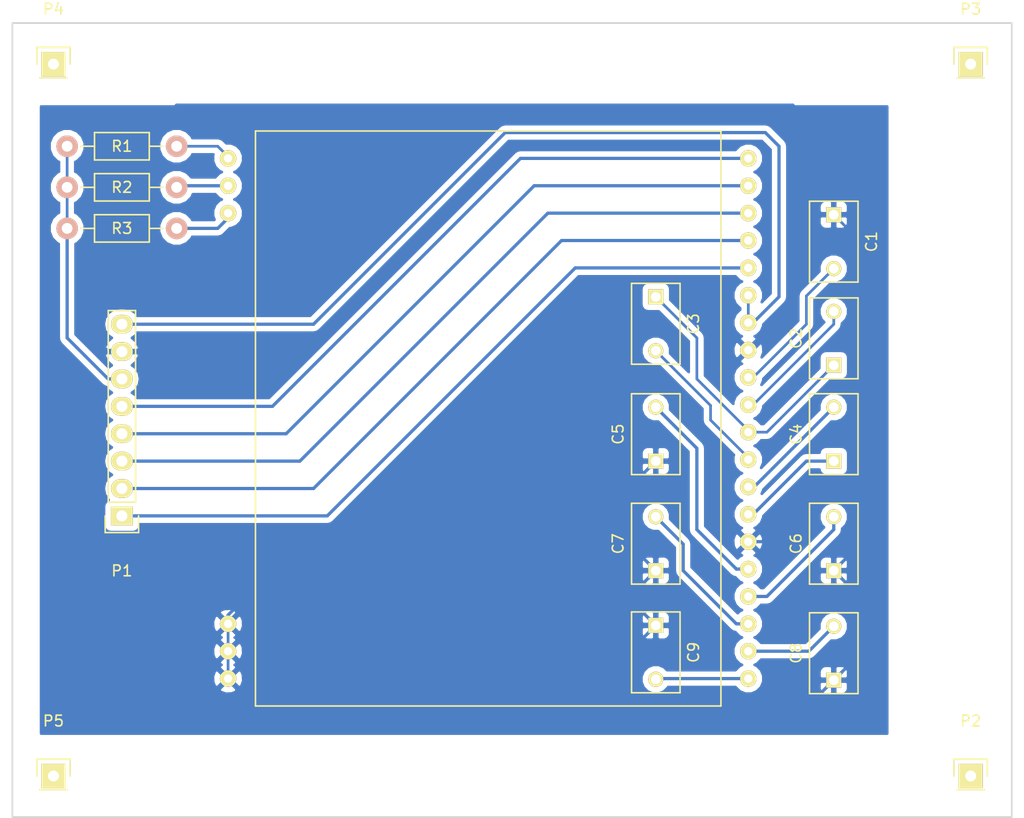
<source format=kicad_pcb>
(kicad_pcb (version 4) (host pcbnew 4.0.0-rc1-stable)

  (general
    (links 36)
    (no_connects 0)
    (area 77.394999 53.264999 170.255001 127.075001)
    (thickness 1.6)
    (drawings 5)
    (tracks 115)
    (zones 0)
    (modules 18)
    (nets 27)
  )

  (page A4)
  (layers
    (0 F.Cu signal)
    (31 B.Cu signal)
    (32 B.Adhes user)
    (33 F.Adhes user)
    (34 B.Paste user)
    (35 F.Paste user)
    (36 B.SilkS user)
    (37 F.SilkS user)
    (38 B.Mask user)
    (39 F.Mask user)
    (40 Dwgs.User user)
    (41 Cmts.User user)
    (42 Eco1.User user)
    (43 Eco2.User user)
    (44 Edge.Cuts user)
    (45 Margin user)
    (46 B.CrtYd user)
    (47 F.CrtYd user)
    (48 B.Fab user)
    (49 F.Fab user)
  )

  (setup
    (last_trace_width 0.3)
    (trace_clearance 0.2)
    (zone_clearance 0.508)
    (zone_45_only no)
    (trace_min 0.2)
    (segment_width 0.2)
    (edge_width 0.15)
    (via_size 0.6)
    (via_drill 0.4)
    (via_min_size 0.4)
    (via_min_drill 0.3)
    (uvia_size 0.3)
    (uvia_drill 0.1)
    (uvias_allowed no)
    (uvia_min_size 0.2)
    (uvia_min_drill 0.1)
    (pcb_text_width 0.3)
    (pcb_text_size 1.5 1.5)
    (mod_edge_width 0.15)
    (mod_text_size 1 1)
    (mod_text_width 0.15)
    (pad_size 1.524 1.524)
    (pad_drill 0.762)
    (pad_to_mask_clearance 0.2)
    (aux_axis_origin 0 0)
    (visible_elements 7FFFFFFF)
    (pcbplotparams
      (layerselection 0x00030_80000001)
      (usegerberextensions false)
      (excludeedgelayer true)
      (linewidth 0.100000)
      (plotframeref false)
      (viasonmask false)
      (mode 1)
      (useauxorigin false)
      (hpglpennumber 1)
      (hpglpenspeed 20)
      (hpglpendiameter 15)
      (hpglpenoverlay 2)
      (psnegative false)
      (psa4output false)
      (plotreference true)
      (plotvalue true)
      (plotinvisibletext false)
      (padsonsilk false)
      (subtractmaskfromsilk false)
      (outputformat 1)
      (mirror false)
      (drillshape 1)
      (scaleselection 1)
      (outputdirectory ""))
  )

  (net 0 "")
  (net 1 GND)
  (net 2 "Net-(C1-Pad2)")
  (net 3 "Net-(C2-Pad1)")
  (net 4 "Net-(C2-Pad2)")
  (net 5 "Net-(C3-Pad2)")
  (net 6 "Net-(C4-Pad1)")
  (net 7 "Net-(C4-Pad2)")
  (net 8 "Net-(C5-Pad2)")
  (net 9 "Net-(C6-Pad2)")
  (net 10 "Net-(C7-Pad2)")
  (net 11 "Net-(C8-Pad2)")
  (net 12 "Net-(C9-Pad2)")
  (net 13 "Net-(D1-Pad1)")
  (net 14 "Net-(D1-Pad2)")
  (net 15 "Net-(D1-Pad3)")
  (net 16 D5)
  (net 17 VCC)
  (net 18 D1)
  (net 19 D2)
  (net 20 D3)
  (net 21 D4)
  (net 22 LED)
  (net 23 "Net-(P2-Pad1)")
  (net 24 "Net-(P3-Pad1)")
  (net 25 "Net-(P4-Pad1)")
  (net 26 "Net-(P5-Pad1)")

  (net_class Default "Dies ist die voreingestellte Netzklasse."
    (clearance 0.2)
    (trace_width 0.3)
    (via_dia 0.6)
    (via_drill 0.4)
    (uvia_dia 0.3)
    (uvia_drill 0.1)
    (add_net D1)
    (add_net D2)
    (add_net D3)
    (add_net D4)
    (add_net D5)
    (add_net GND)
    (add_net LED)
    (add_net "Net-(C1-Pad2)")
    (add_net "Net-(C2-Pad1)")
    (add_net "Net-(C2-Pad2)")
    (add_net "Net-(C3-Pad2)")
    (add_net "Net-(C4-Pad1)")
    (add_net "Net-(C4-Pad2)")
    (add_net "Net-(C5-Pad2)")
    (add_net "Net-(C6-Pad2)")
    (add_net "Net-(C7-Pad2)")
    (add_net "Net-(C8-Pad2)")
    (add_net "Net-(C9-Pad2)")
    (add_net "Net-(D1-Pad1)")
    (add_net "Net-(D1-Pad2)")
    (add_net "Net-(D1-Pad3)")
    (add_net "Net-(P2-Pad1)")
    (add_net "Net-(P3-Pad1)")
    (add_net "Net-(P4-Pad1)")
    (add_net "Net-(P5-Pad1)")
    (add_net VCC)
  )

  (module Capacitors_ThroughHole:C_Disc_D7.5_P5 (layer F.Cu) (tedit 0) (tstamp 562B99B4)
    (at 153.67 71.12 270)
    (descr "Capacitor 7.5mm Disc, Pitch 5mm")
    (tags Capacitor)
    (path /562B7EAB)
    (fp_text reference C1 (at 2.5 -3.5 270) (layer F.SilkS)
      (effects (font (size 1 1) (thickness 0.15)))
    )
    (fp_text value C (at 2.5 3.5 270) (layer F.Fab)
      (effects (font (size 1 1) (thickness 0.15)))
    )
    (fp_line (start -1.5 -2.5) (end 6.5 -2.5) (layer F.CrtYd) (width 0.05))
    (fp_line (start 6.5 -2.5) (end 6.5 2.5) (layer F.CrtYd) (width 0.05))
    (fp_line (start 6.5 2.5) (end -1.5 2.5) (layer F.CrtYd) (width 0.05))
    (fp_line (start -1.5 2.5) (end -1.5 -2.5) (layer F.CrtYd) (width 0.05))
    (fp_line (start -1.25 -2.25) (end 6.25 -2.25) (layer F.SilkS) (width 0.15))
    (fp_line (start 6.25 -2.25) (end 6.25 2.25) (layer F.SilkS) (width 0.15))
    (fp_line (start 6.25 2.25) (end -1.25 2.25) (layer F.SilkS) (width 0.15))
    (fp_line (start -1.25 2.25) (end -1.25 -2.25) (layer F.SilkS) (width 0.15))
    (pad 1 thru_hole rect (at 0 0 270) (size 1.4 1.4) (drill 0.9) (layers *.Cu *.Mask F.SilkS)
      (net 1 GND))
    (pad 2 thru_hole circle (at 5 0 270) (size 1.4 1.4) (drill 0.9) (layers *.Cu *.Mask F.SilkS)
      (net 2 "Net-(C1-Pad2)"))
    (model Capacitors_ThroughHole.3dshapes/C_Disc_D7.5_P5.wrl
      (at (xyz 0.0984252 0 0))
      (scale (xyz 1 1 1))
      (rotate (xyz 0 0 0))
    )
  )

  (module Capacitors_ThroughHole:C_Disc_D7.5_P5 (layer F.Cu) (tedit 0) (tstamp 562B99BA)
    (at 153.67 85.09 90)
    (descr "Capacitor 7.5mm Disc, Pitch 5mm")
    (tags Capacitor)
    (path /562B7DB9)
    (fp_text reference C2 (at 2.5 -3.5 90) (layer F.SilkS)
      (effects (font (size 1 1) (thickness 0.15)))
    )
    (fp_text value C (at 2.5 3.5 90) (layer F.Fab)
      (effects (font (size 1 1) (thickness 0.15)))
    )
    (fp_line (start -1.5 -2.5) (end 6.5 -2.5) (layer F.CrtYd) (width 0.05))
    (fp_line (start 6.5 -2.5) (end 6.5 2.5) (layer F.CrtYd) (width 0.05))
    (fp_line (start 6.5 2.5) (end -1.5 2.5) (layer F.CrtYd) (width 0.05))
    (fp_line (start -1.5 2.5) (end -1.5 -2.5) (layer F.CrtYd) (width 0.05))
    (fp_line (start -1.25 -2.25) (end 6.25 -2.25) (layer F.SilkS) (width 0.15))
    (fp_line (start 6.25 -2.25) (end 6.25 2.25) (layer F.SilkS) (width 0.15))
    (fp_line (start 6.25 2.25) (end -1.25 2.25) (layer F.SilkS) (width 0.15))
    (fp_line (start -1.25 2.25) (end -1.25 -2.25) (layer F.SilkS) (width 0.15))
    (pad 1 thru_hole rect (at 0 0 90) (size 1.4 1.4) (drill 0.9) (layers *.Cu *.Mask F.SilkS)
      (net 3 "Net-(C2-Pad1)"))
    (pad 2 thru_hole circle (at 5 0 90) (size 1.4 1.4) (drill 0.9) (layers *.Cu *.Mask F.SilkS)
      (net 4 "Net-(C2-Pad2)"))
    (model Capacitors_ThroughHole.3dshapes/C_Disc_D7.5_P5.wrl
      (at (xyz 0.0984252 0 0))
      (scale (xyz 1 1 1))
      (rotate (xyz 0 0 0))
    )
  )

  (module Capacitors_ThroughHole:C_Disc_D7.5_P5 (layer F.Cu) (tedit 0) (tstamp 562B99C0)
    (at 137.16 78.74 270)
    (descr "Capacitor 7.5mm Disc, Pitch 5mm")
    (tags Capacitor)
    (path /562B7D68)
    (fp_text reference C3 (at 2.5 -3.5 270) (layer F.SilkS)
      (effects (font (size 1 1) (thickness 0.15)))
    )
    (fp_text value C (at 2.5 3.5 270) (layer F.Fab)
      (effects (font (size 1 1) (thickness 0.15)))
    )
    (fp_line (start -1.5 -2.5) (end 6.5 -2.5) (layer F.CrtYd) (width 0.05))
    (fp_line (start 6.5 -2.5) (end 6.5 2.5) (layer F.CrtYd) (width 0.05))
    (fp_line (start 6.5 2.5) (end -1.5 2.5) (layer F.CrtYd) (width 0.05))
    (fp_line (start -1.5 2.5) (end -1.5 -2.5) (layer F.CrtYd) (width 0.05))
    (fp_line (start -1.25 -2.25) (end 6.25 -2.25) (layer F.SilkS) (width 0.15))
    (fp_line (start 6.25 -2.25) (end 6.25 2.25) (layer F.SilkS) (width 0.15))
    (fp_line (start 6.25 2.25) (end -1.25 2.25) (layer F.SilkS) (width 0.15))
    (fp_line (start -1.25 2.25) (end -1.25 -2.25) (layer F.SilkS) (width 0.15))
    (pad 1 thru_hole rect (at 0 0 270) (size 1.4 1.4) (drill 0.9) (layers *.Cu *.Mask F.SilkS)
      (net 3 "Net-(C2-Pad1)"))
    (pad 2 thru_hole circle (at 5 0 270) (size 1.4 1.4) (drill 0.9) (layers *.Cu *.Mask F.SilkS)
      (net 5 "Net-(C3-Pad2)"))
    (model Capacitors_ThroughHole.3dshapes/C_Disc_D7.5_P5.wrl
      (at (xyz 0.0984252 0 0))
      (scale (xyz 1 1 1))
      (rotate (xyz 0 0 0))
    )
  )

  (module Capacitors_ThroughHole:C_Disc_D7.5_P5 (layer F.Cu) (tedit 0) (tstamp 562B99C6)
    (at 153.67 93.98 90)
    (descr "Capacitor 7.5mm Disc, Pitch 5mm")
    (tags Capacitor)
    (path /562B7CE7)
    (fp_text reference C4 (at 2.5 -3.5 90) (layer F.SilkS)
      (effects (font (size 1 1) (thickness 0.15)))
    )
    (fp_text value C (at 2.5 3.5 90) (layer F.Fab)
      (effects (font (size 1 1) (thickness 0.15)))
    )
    (fp_line (start -1.5 -2.5) (end 6.5 -2.5) (layer F.CrtYd) (width 0.05))
    (fp_line (start 6.5 -2.5) (end 6.5 2.5) (layer F.CrtYd) (width 0.05))
    (fp_line (start 6.5 2.5) (end -1.5 2.5) (layer F.CrtYd) (width 0.05))
    (fp_line (start -1.5 2.5) (end -1.5 -2.5) (layer F.CrtYd) (width 0.05))
    (fp_line (start -1.25 -2.25) (end 6.25 -2.25) (layer F.SilkS) (width 0.15))
    (fp_line (start 6.25 -2.25) (end 6.25 2.25) (layer F.SilkS) (width 0.15))
    (fp_line (start 6.25 2.25) (end -1.25 2.25) (layer F.SilkS) (width 0.15))
    (fp_line (start -1.25 2.25) (end -1.25 -2.25) (layer F.SilkS) (width 0.15))
    (pad 1 thru_hole rect (at 0 0 90) (size 1.4 1.4) (drill 0.9) (layers *.Cu *.Mask F.SilkS)
      (net 6 "Net-(C4-Pad1)"))
    (pad 2 thru_hole circle (at 5 0 90) (size 1.4 1.4) (drill 0.9) (layers *.Cu *.Mask F.SilkS)
      (net 7 "Net-(C4-Pad2)"))
    (model Capacitors_ThroughHole.3dshapes/C_Disc_D7.5_P5.wrl
      (at (xyz 0.0984252 0 0))
      (scale (xyz 1 1 1))
      (rotate (xyz 0 0 0))
    )
  )

  (module Capacitors_ThroughHole:C_Disc_D7.5_P5 (layer F.Cu) (tedit 0) (tstamp 562B99CC)
    (at 137.16 93.98 90)
    (descr "Capacitor 7.5mm Disc, Pitch 5mm")
    (tags Capacitor)
    (path /562B7621)
    (fp_text reference C5 (at 2.5 -3.5 90) (layer F.SilkS)
      (effects (font (size 1 1) (thickness 0.15)))
    )
    (fp_text value C (at 2.5 3.5 90) (layer F.Fab)
      (effects (font (size 1 1) (thickness 0.15)))
    )
    (fp_line (start -1.5 -2.5) (end 6.5 -2.5) (layer F.CrtYd) (width 0.05))
    (fp_line (start 6.5 -2.5) (end 6.5 2.5) (layer F.CrtYd) (width 0.05))
    (fp_line (start 6.5 2.5) (end -1.5 2.5) (layer F.CrtYd) (width 0.05))
    (fp_line (start -1.5 2.5) (end -1.5 -2.5) (layer F.CrtYd) (width 0.05))
    (fp_line (start -1.25 -2.25) (end 6.25 -2.25) (layer F.SilkS) (width 0.15))
    (fp_line (start 6.25 -2.25) (end 6.25 2.25) (layer F.SilkS) (width 0.15))
    (fp_line (start 6.25 2.25) (end -1.25 2.25) (layer F.SilkS) (width 0.15))
    (fp_line (start -1.25 2.25) (end -1.25 -2.25) (layer F.SilkS) (width 0.15))
    (pad 1 thru_hole rect (at 0 0 90) (size 1.4 1.4) (drill 0.9) (layers *.Cu *.Mask F.SilkS)
      (net 1 GND))
    (pad 2 thru_hole circle (at 5 0 90) (size 1.4 1.4) (drill 0.9) (layers *.Cu *.Mask F.SilkS)
      (net 8 "Net-(C5-Pad2)"))
    (model Capacitors_ThroughHole.3dshapes/C_Disc_D7.5_P5.wrl
      (at (xyz 0.0984252 0 0))
      (scale (xyz 1 1 1))
      (rotate (xyz 0 0 0))
    )
  )

  (module Capacitors_ThroughHole:C_Disc_D7.5_P5 (layer F.Cu) (tedit 0) (tstamp 562B99D2)
    (at 153.67 104.14 90)
    (descr "Capacitor 7.5mm Disc, Pitch 5mm")
    (tags Capacitor)
    (path /562B75CA)
    (fp_text reference C6 (at 2.5 -3.5 90) (layer F.SilkS)
      (effects (font (size 1 1) (thickness 0.15)))
    )
    (fp_text value C (at 2.5 3.5 90) (layer F.Fab)
      (effects (font (size 1 1) (thickness 0.15)))
    )
    (fp_line (start -1.5 -2.5) (end 6.5 -2.5) (layer F.CrtYd) (width 0.05))
    (fp_line (start 6.5 -2.5) (end 6.5 2.5) (layer F.CrtYd) (width 0.05))
    (fp_line (start 6.5 2.5) (end -1.5 2.5) (layer F.CrtYd) (width 0.05))
    (fp_line (start -1.5 2.5) (end -1.5 -2.5) (layer F.CrtYd) (width 0.05))
    (fp_line (start -1.25 -2.25) (end 6.25 -2.25) (layer F.SilkS) (width 0.15))
    (fp_line (start 6.25 -2.25) (end 6.25 2.25) (layer F.SilkS) (width 0.15))
    (fp_line (start 6.25 2.25) (end -1.25 2.25) (layer F.SilkS) (width 0.15))
    (fp_line (start -1.25 2.25) (end -1.25 -2.25) (layer F.SilkS) (width 0.15))
    (pad 1 thru_hole rect (at 0 0 90) (size 1.4 1.4) (drill 0.9) (layers *.Cu *.Mask F.SilkS)
      (net 1 GND))
    (pad 2 thru_hole circle (at 5 0 90) (size 1.4 1.4) (drill 0.9) (layers *.Cu *.Mask F.SilkS)
      (net 9 "Net-(C6-Pad2)"))
    (model Capacitors_ThroughHole.3dshapes/C_Disc_D7.5_P5.wrl
      (at (xyz 0.0984252 0 0))
      (scale (xyz 1 1 1))
      (rotate (xyz 0 0 0))
    )
  )

  (module Capacitors_ThroughHole:C_Disc_D7.5_P5 (layer F.Cu) (tedit 0) (tstamp 562B99D8)
    (at 137.16 104.14 90)
    (descr "Capacitor 7.5mm Disc, Pitch 5mm")
    (tags Capacitor)
    (path /562B75A3)
    (fp_text reference C7 (at 2.5 -3.5 90) (layer F.SilkS)
      (effects (font (size 1 1) (thickness 0.15)))
    )
    (fp_text value C (at 2.5 3.5 90) (layer F.Fab)
      (effects (font (size 1 1) (thickness 0.15)))
    )
    (fp_line (start -1.5 -2.5) (end 6.5 -2.5) (layer F.CrtYd) (width 0.05))
    (fp_line (start 6.5 -2.5) (end 6.5 2.5) (layer F.CrtYd) (width 0.05))
    (fp_line (start 6.5 2.5) (end -1.5 2.5) (layer F.CrtYd) (width 0.05))
    (fp_line (start -1.5 2.5) (end -1.5 -2.5) (layer F.CrtYd) (width 0.05))
    (fp_line (start -1.25 -2.25) (end 6.25 -2.25) (layer F.SilkS) (width 0.15))
    (fp_line (start 6.25 -2.25) (end 6.25 2.25) (layer F.SilkS) (width 0.15))
    (fp_line (start 6.25 2.25) (end -1.25 2.25) (layer F.SilkS) (width 0.15))
    (fp_line (start -1.25 2.25) (end -1.25 -2.25) (layer F.SilkS) (width 0.15))
    (pad 1 thru_hole rect (at 0 0 90) (size 1.4 1.4) (drill 0.9) (layers *.Cu *.Mask F.SilkS)
      (net 1 GND))
    (pad 2 thru_hole circle (at 5 0 90) (size 1.4 1.4) (drill 0.9) (layers *.Cu *.Mask F.SilkS)
      (net 10 "Net-(C7-Pad2)"))
    (model Capacitors_ThroughHole.3dshapes/C_Disc_D7.5_P5.wrl
      (at (xyz 0.0984252 0 0))
      (scale (xyz 1 1 1))
      (rotate (xyz 0 0 0))
    )
  )

  (module Capacitors_ThroughHole:C_Disc_D7.5_P5 (layer F.Cu) (tedit 0) (tstamp 562B99DE)
    (at 153.67 114.3 90)
    (descr "Capacitor 7.5mm Disc, Pitch 5mm")
    (tags Capacitor)
    (path /562B7536)
    (fp_text reference C8 (at 2.5 -3.5 90) (layer F.SilkS)
      (effects (font (size 1 1) (thickness 0.15)))
    )
    (fp_text value C (at 2.5 3.5 90) (layer F.Fab)
      (effects (font (size 1 1) (thickness 0.15)))
    )
    (fp_line (start -1.5 -2.5) (end 6.5 -2.5) (layer F.CrtYd) (width 0.05))
    (fp_line (start 6.5 -2.5) (end 6.5 2.5) (layer F.CrtYd) (width 0.05))
    (fp_line (start 6.5 2.5) (end -1.5 2.5) (layer F.CrtYd) (width 0.05))
    (fp_line (start -1.5 2.5) (end -1.5 -2.5) (layer F.CrtYd) (width 0.05))
    (fp_line (start -1.25 -2.25) (end 6.25 -2.25) (layer F.SilkS) (width 0.15))
    (fp_line (start 6.25 -2.25) (end 6.25 2.25) (layer F.SilkS) (width 0.15))
    (fp_line (start 6.25 2.25) (end -1.25 2.25) (layer F.SilkS) (width 0.15))
    (fp_line (start -1.25 2.25) (end -1.25 -2.25) (layer F.SilkS) (width 0.15))
    (pad 1 thru_hole rect (at 0 0 90) (size 1.4 1.4) (drill 0.9) (layers *.Cu *.Mask F.SilkS)
      (net 1 GND))
    (pad 2 thru_hole circle (at 5 0 90) (size 1.4 1.4) (drill 0.9) (layers *.Cu *.Mask F.SilkS)
      (net 11 "Net-(C8-Pad2)"))
    (model Capacitors_ThroughHole.3dshapes/C_Disc_D7.5_P5.wrl
      (at (xyz 0.0984252 0 0))
      (scale (xyz 1 1 1))
      (rotate (xyz 0 0 0))
    )
  )

  (module Capacitors_ThroughHole:C_Disc_D7.5_P5 (layer F.Cu) (tedit 0) (tstamp 562B99E4)
    (at 137.16 109.22 270)
    (descr "Capacitor 7.5mm Disc, Pitch 5mm")
    (tags Capacitor)
    (path /562B74C8)
    (fp_text reference C9 (at 2.5 -3.5 270) (layer F.SilkS)
      (effects (font (size 1 1) (thickness 0.15)))
    )
    (fp_text value C (at 2.5 3.5 270) (layer F.Fab)
      (effects (font (size 1 1) (thickness 0.15)))
    )
    (fp_line (start -1.5 -2.5) (end 6.5 -2.5) (layer F.CrtYd) (width 0.05))
    (fp_line (start 6.5 -2.5) (end 6.5 2.5) (layer F.CrtYd) (width 0.05))
    (fp_line (start 6.5 2.5) (end -1.5 2.5) (layer F.CrtYd) (width 0.05))
    (fp_line (start -1.5 2.5) (end -1.5 -2.5) (layer F.CrtYd) (width 0.05))
    (fp_line (start -1.25 -2.25) (end 6.25 -2.25) (layer F.SilkS) (width 0.15))
    (fp_line (start 6.25 -2.25) (end 6.25 2.25) (layer F.SilkS) (width 0.15))
    (fp_line (start 6.25 2.25) (end -1.25 2.25) (layer F.SilkS) (width 0.15))
    (fp_line (start -1.25 2.25) (end -1.25 -2.25) (layer F.SilkS) (width 0.15))
    (pad 1 thru_hole rect (at 0 0 270) (size 1.4 1.4) (drill 0.9) (layers *.Cu *.Mask F.SilkS)
      (net 1 GND))
    (pad 2 thru_hole circle (at 5 0 270) (size 1.4 1.4) (drill 0.9) (layers *.Cu *.Mask F.SilkS)
      (net 12 "Net-(C9-Pad2)"))
    (model Capacitors_ThroughHole.3dshapes/C_Disc_D7.5_P5.wrl
      (at (xyz 0.0984252 0 0))
      (scale (xyz 1 1 1))
      (rotate (xyz 0 0 0))
    )
  )

  (module Pin_Headers:Pin_Header_Straight_1x08 (layer F.Cu) (tedit 0) (tstamp 562B9A12)
    (at 87.63 99.06 180)
    (descr "Through hole pin header")
    (tags "pin header")
    (path /562B950F)
    (fp_text reference P1 (at 0 -5.1 180) (layer F.SilkS)
      (effects (font (size 1 1) (thickness 0.15)))
    )
    (fp_text value CONN_01X08 (at 0 -3.1 180) (layer F.Fab)
      (effects (font (size 1 1) (thickness 0.15)))
    )
    (fp_line (start -1.75 -1.75) (end -1.75 19.55) (layer F.CrtYd) (width 0.05))
    (fp_line (start 1.75 -1.75) (end 1.75 19.55) (layer F.CrtYd) (width 0.05))
    (fp_line (start -1.75 -1.75) (end 1.75 -1.75) (layer F.CrtYd) (width 0.05))
    (fp_line (start -1.75 19.55) (end 1.75 19.55) (layer F.CrtYd) (width 0.05))
    (fp_line (start 1.27 1.27) (end 1.27 19.05) (layer F.SilkS) (width 0.15))
    (fp_line (start 1.27 19.05) (end -1.27 19.05) (layer F.SilkS) (width 0.15))
    (fp_line (start -1.27 19.05) (end -1.27 1.27) (layer F.SilkS) (width 0.15))
    (fp_line (start 1.55 -1.55) (end 1.55 0) (layer F.SilkS) (width 0.15))
    (fp_line (start 1.27 1.27) (end -1.27 1.27) (layer F.SilkS) (width 0.15))
    (fp_line (start -1.55 0) (end -1.55 -1.55) (layer F.SilkS) (width 0.15))
    (fp_line (start -1.55 -1.55) (end 1.55 -1.55) (layer F.SilkS) (width 0.15))
    (pad 1 thru_hole rect (at 0 0 180) (size 2.032 1.7272) (drill 1.016) (layers *.Cu *.Mask F.SilkS)
      (net 18 D1))
    (pad 2 thru_hole oval (at 0 2.54 180) (size 2.032 1.7272) (drill 1.016) (layers *.Cu *.Mask F.SilkS)
      (net 19 D2))
    (pad 3 thru_hole oval (at 0 5.08 180) (size 2.032 1.7272) (drill 1.016) (layers *.Cu *.Mask F.SilkS)
      (net 20 D3))
    (pad 4 thru_hole oval (at 0 7.62 180) (size 2.032 1.7272) (drill 1.016) (layers *.Cu *.Mask F.SilkS)
      (net 21 D4))
    (pad 5 thru_hole oval (at 0 10.16 180) (size 2.032 1.7272) (drill 1.016) (layers *.Cu *.Mask F.SilkS)
      (net 16 D5))
    (pad 6 thru_hole oval (at 0 12.7 180) (size 2.032 1.7272) (drill 1.016) (layers *.Cu *.Mask F.SilkS)
      (net 22 LED))
    (pad 7 thru_hole oval (at 0 15.24 180) (size 2.032 1.7272) (drill 1.016) (layers *.Cu *.Mask F.SilkS)
      (net 1 GND))
    (pad 8 thru_hole oval (at 0 17.78 180) (size 2.032 1.7272) (drill 1.016) (layers *.Cu *.Mask F.SilkS)
      (net 17 VCC))
    (model Pin_Headers.3dshapes/Pin_Header_Straight_1x08.wrl
      (at (xyz 0 -0.35 0))
      (scale (xyz 1 1 1))
      (rotate (xyz 0 0 90))
    )
  )

  (module Resistors_ThroughHole:Resistor_Horizontal_RM10mm (layer F.Cu) (tedit 562CA71D) (tstamp 562B9A18)
    (at 87.63 64.77 180)
    (descr "Resistor, Axial,  RM 10mm, 1/3W,")
    (tags "Resistor, Axial, RM 10mm, 1/3W,")
    (path /562B7228)
    (fp_text reference R1 (at 0 0 180) (layer F.SilkS)
      (effects (font (size 1 1) (thickness 0.15)))
    )
    (fp_text value R (at 2.54 -1.27 180) (layer F.Fab)
      (effects (font (size 1 1) (thickness 0.15)))
    )
    (fp_line (start -2.54 -1.27) (end 2.54 -1.27) (layer F.SilkS) (width 0.15))
    (fp_line (start 2.54 -1.27) (end 2.54 1.27) (layer F.SilkS) (width 0.15))
    (fp_line (start 2.54 1.27) (end -2.54 1.27) (layer F.SilkS) (width 0.15))
    (fp_line (start -2.54 1.27) (end -2.54 -1.27) (layer F.SilkS) (width 0.15))
    (fp_line (start -2.54 0) (end -3.81 0) (layer F.SilkS) (width 0.15))
    (fp_line (start 2.54 0) (end 3.81 0) (layer F.SilkS) (width 0.15))
    (pad 1 thru_hole circle (at -5.08 0 180) (size 1.99898 1.99898) (drill 1.00076) (layers *.Cu *.SilkS *.Mask)
      (net 13 "Net-(D1-Pad1)"))
    (pad 2 thru_hole circle (at 5.08 0 180) (size 1.99898 1.99898) (drill 1.00076) (layers *.Cu *.SilkS *.Mask)
      (net 22 LED))
    (model Resistors_ThroughHole.3dshapes/Resistor_Horizontal_RM10mm.wrl
      (at (xyz 0 0 0))
      (scale (xyz 0.4 0.4 0.4))
      (rotate (xyz 0 0 0))
    )
  )

  (module Resistors_ThroughHole:Resistor_Horizontal_RM10mm (layer F.Cu) (tedit 562CA721) (tstamp 562B9A1E)
    (at 87.63 68.58 180)
    (descr "Resistor, Axial,  RM 10mm, 1/3W,")
    (tags "Resistor, Axial, RM 10mm, 1/3W,")
    (path /562B727B)
    (fp_text reference R2 (at 0 0 180) (layer F.SilkS)
      (effects (font (size 1 1) (thickness 0.15)))
    )
    (fp_text value R (at 2.54 -1.27 180) (layer F.Fab)
      (effects (font (size 1 1) (thickness 0.15)))
    )
    (fp_line (start -2.54 -1.27) (end 2.54 -1.27) (layer F.SilkS) (width 0.15))
    (fp_line (start 2.54 -1.27) (end 2.54 1.27) (layer F.SilkS) (width 0.15))
    (fp_line (start 2.54 1.27) (end -2.54 1.27) (layer F.SilkS) (width 0.15))
    (fp_line (start -2.54 1.27) (end -2.54 -1.27) (layer F.SilkS) (width 0.15))
    (fp_line (start -2.54 0) (end -3.81 0) (layer F.SilkS) (width 0.15))
    (fp_line (start 2.54 0) (end 3.81 0) (layer F.SilkS) (width 0.15))
    (pad 1 thru_hole circle (at -5.08 0 180) (size 1.99898 1.99898) (drill 1.00076) (layers *.Cu *.SilkS *.Mask)
      (net 14 "Net-(D1-Pad2)"))
    (pad 2 thru_hole circle (at 5.08 0 180) (size 1.99898 1.99898) (drill 1.00076) (layers *.Cu *.SilkS *.Mask)
      (net 22 LED))
    (model Resistors_ThroughHole.3dshapes/Resistor_Horizontal_RM10mm.wrl
      (at (xyz 0 0 0))
      (scale (xyz 0.4 0.4 0.4))
      (rotate (xyz 0 0 0))
    )
  )

  (module Resistors_ThroughHole:Resistor_Horizontal_RM10mm (layer F.Cu) (tedit 562CA723) (tstamp 562B9A24)
    (at 87.63 72.39 180)
    (descr "Resistor, Axial,  RM 10mm, 1/3W,")
    (tags "Resistor, Axial, RM 10mm, 1/3W,")
    (path /562B72AC)
    (fp_text reference R3 (at 0 0 180) (layer F.SilkS)
      (effects (font (size 1 1) (thickness 0.15)))
    )
    (fp_text value R (at 2.54 -1.27 180) (layer F.Fab)
      (effects (font (size 1 1) (thickness 0.15)))
    )
    (fp_line (start -2.54 -1.27) (end 2.54 -1.27) (layer F.SilkS) (width 0.15))
    (fp_line (start 2.54 -1.27) (end 2.54 1.27) (layer F.SilkS) (width 0.15))
    (fp_line (start 2.54 1.27) (end -2.54 1.27) (layer F.SilkS) (width 0.15))
    (fp_line (start -2.54 1.27) (end -2.54 -1.27) (layer F.SilkS) (width 0.15))
    (fp_line (start -2.54 0) (end -3.81 0) (layer F.SilkS) (width 0.15))
    (fp_line (start 2.54 0) (end 3.81 0) (layer F.SilkS) (width 0.15))
    (pad 1 thru_hole circle (at -5.08 0 180) (size 1.99898 1.99898) (drill 1.00076) (layers *.Cu *.SilkS *.Mask)
      (net 15 "Net-(D1-Pad3)"))
    (pad 2 thru_hole circle (at 5.08 0 180) (size 1.99898 1.99898) (drill 1.00076) (layers *.Cu *.SilkS *.Mask)
      (net 22 LED))
    (model Resistors_ThroughHole.3dshapes/Resistor_Horizontal_RM10mm.wrl
      (at (xyz 0 0 0))
      (scale (xyz 0.4 0.4 0.4))
      (rotate (xyz 0 0 0))
    )
  )

  (module Displayplatine:EADOG128 (layer F.Cu) (tedit 562CA049) (tstamp 562B9A06)
    (at 120.342 88.755)
    (path /562B6F62)
    (fp_text reference D1 (at -17.78 -27.94) (layer F.SilkS) hide
      (effects (font (size 1 1) (thickness 0.15)))
    )
    (fp_text value EADOGM-128 (at 2.54 0) (layer F.Fab) hide
      (effects (font (size 1 1) (thickness 0.15)))
    )
    (fp_line (start -20.32 -25.4) (end -20.32 27.94) (layer F.SilkS) (width 0.15))
    (fp_line (start -20.32 27.94) (end 22.86 27.94) (layer F.SilkS) (width 0.15))
    (fp_line (start 22.86 27.94) (end 22.86 -25.4) (layer F.SilkS) (width 0.15))
    (fp_line (start 22.86 -25.4) (end -20.32 -25.4) (layer F.SilkS) (width 0.15))
    (pad 1 thru_hole circle (at -22.86 -22.86) (size 1.524 1.524) (drill 0.762) (layers *.Cu *.Mask F.SilkS)
      (net 13 "Net-(D1-Pad1)"))
    (pad 2 thru_hole circle (at -22.86 -20.32) (size 1.524 1.524) (drill 0.762) (layers *.Cu *.Mask F.SilkS)
      (net 14 "Net-(D1-Pad2)"))
    (pad 3 thru_hole circle (at -22.86 -17.78) (size 1.524 1.524) (drill 0.762) (layers *.Cu *.Mask F.SilkS)
      (net 15 "Net-(D1-Pad3)"))
    (pad 40 thru_hole circle (at 25.4 -22.86) (size 1.524 1.524) (drill 0.762) (layers *.Cu *.Mask F.SilkS)
      (net 16 D5))
    (pad 21 thru_hole circle (at 25.4 25.4) (size 1.524 1.524) (drill 0.762) (layers *.Cu *.Mask F.SilkS)
      (net 12 "Net-(C9-Pad2)"))
    (pad 22 thru_hole circle (at 25.4 22.86) (size 1.524 1.524) (drill 0.762) (layers *.Cu *.Mask F.SilkS)
      (net 11 "Net-(C8-Pad2)"))
    (pad 23 thru_hole circle (at 25.4 20.32) (size 1.524 1.524) (drill 0.762) (layers *.Cu *.Mask F.SilkS)
      (net 10 "Net-(C7-Pad2)"))
    (pad 24 thru_hole circle (at 25.4 17.78) (size 1.524 1.524) (drill 0.762) (layers *.Cu *.Mask F.SilkS)
      (net 9 "Net-(C6-Pad2)"))
    (pad 25 thru_hole circle (at 25.4 15.24) (size 1.524 1.524) (drill 0.762) (layers *.Cu *.Mask F.SilkS)
      (net 8 "Net-(C5-Pad2)"))
    (pad 26 thru_hole circle (at 25.4 12.7) (size 1.524 1.524) (drill 0.762) (layers *.Cu *.Mask F.SilkS)
      (net 1 GND))
    (pad 27 thru_hole circle (at 25.4 10.16) (size 1.524 1.524) (drill 0.762) (layers *.Cu *.Mask F.SilkS)
      (net 6 "Net-(C4-Pad1)"))
    (pad 28 thru_hole circle (at 25.4 7.62) (size 1.524 1.524) (drill 0.762) (layers *.Cu *.Mask F.SilkS)
      (net 7 "Net-(C4-Pad2)"))
    (pad 29 thru_hole circle (at 25.4 5.08) (size 1.524 1.524) (drill 0.762) (layers *.Cu *.Mask F.SilkS)
      (net 5 "Net-(C3-Pad2)"))
    (pad 30 thru_hole circle (at 25.4 2.54) (size 1.524 1.524) (drill 0.762) (layers *.Cu *.Mask F.SilkS)
      (net 3 "Net-(C2-Pad1)"))
    (pad 31 thru_hole circle (at 25.4 0) (size 1.524 1.524) (drill 0.762) (layers *.Cu *.Mask F.SilkS)
      (net 4 "Net-(C2-Pad2)"))
    (pad 32 thru_hole circle (at 25.4 -2.54) (size 1.524 1.524) (drill 0.762) (layers *.Cu *.Mask F.SilkS)
      (net 2 "Net-(C1-Pad2)"))
    (pad 33 thru_hole circle (at 25.4 -5.08) (size 1.524 1.524) (drill 0.762) (layers *.Cu *.Mask F.SilkS)
      (net 1 GND))
    (pad 34 thru_hole circle (at 25.4 -7.62) (size 1.524 1.524) (drill 0.762) (layers *.Cu *.Mask F.SilkS)
      (net 17 VCC))
    (pad 35 thru_hole circle (at 25.4 -10.16) (size 1.524 1.524) (drill 0.762) (layers *.Cu *.Mask F.SilkS)
      (net 17 VCC))
    (pad 36 thru_hole circle (at 25.4 -12.7) (size 1.524 1.524) (drill 0.762) (layers *.Cu *.Mask F.SilkS)
      (net 18 D1))
    (pad 37 thru_hole circle (at 25.4 -15.24) (size 1.524 1.524) (drill 0.762) (layers *.Cu *.Mask F.SilkS)
      (net 19 D2))
    (pad 38 thru_hole circle (at 25.4 -17.78) (size 1.524 1.524) (drill 0.762) (layers *.Cu *.Mask F.SilkS)
      (net 20 D3))
    (pad 39 thru_hole circle (at 25.4 -20.32) (size 1.524 1.524) (drill 0.762) (layers *.Cu *.Mask F.SilkS)
      (net 21 D4))
    (pad 20 thru_hole circle (at -22.86 25.4) (size 1.524 1.524) (drill 0.762) (layers *.Cu *.Mask F.SilkS)
      (net 1 GND))
    (pad 18 thru_hole circle (at -22.86 20.32) (size 1.524 1.524) (drill 0.762) (layers *.Cu *.Mask F.SilkS)
      (net 1 GND))
    (pad 19 thru_hole circle (at -22.86 22.86) (size 1.524 1.524) (drill 0.762) (layers *.Cu *.Mask F.SilkS)
      (net 1 GND))
  )

  (module Pin_Headers:Pin_Header_Straight_1x01 (layer F.Cu) (tedit 54EA08DC) (tstamp 5630FB1E)
    (at 166.37 123.19)
    (descr "Through hole pin header")
    (tags "pin header")
    (path /5630FB15)
    (fp_text reference P2 (at 0 -5.1) (layer F.SilkS)
      (effects (font (size 1 1) (thickness 0.15)))
    )
    (fp_text value CONN_01X01 (at 0 -3.1) (layer F.Fab)
      (effects (font (size 1 1) (thickness 0.15)))
    )
    (fp_line (start 1.55 -1.55) (end 1.55 0) (layer F.SilkS) (width 0.15))
    (fp_line (start -1.75 -1.75) (end -1.75 1.75) (layer F.CrtYd) (width 0.05))
    (fp_line (start 1.75 -1.75) (end 1.75 1.75) (layer F.CrtYd) (width 0.05))
    (fp_line (start -1.75 -1.75) (end 1.75 -1.75) (layer F.CrtYd) (width 0.05))
    (fp_line (start -1.75 1.75) (end 1.75 1.75) (layer F.CrtYd) (width 0.05))
    (fp_line (start -1.55 0) (end -1.55 -1.55) (layer F.SilkS) (width 0.15))
    (fp_line (start -1.55 -1.55) (end 1.55 -1.55) (layer F.SilkS) (width 0.15))
    (fp_line (start -1.27 1.27) (end 1.27 1.27) (layer F.SilkS) (width 0.15))
    (pad 1 thru_hole rect (at 0 0) (size 2.2352 2.2352) (drill 1.016) (layers *.Cu *.Mask F.SilkS)
      (net 23 "Net-(P2-Pad1)"))
    (model Pin_Headers.3dshapes/Pin_Header_Straight_1x01.wrl
      (at (xyz 0 0 0))
      (scale (xyz 1 1 1))
      (rotate (xyz 0 0 90))
    )
  )

  (module Pin_Headers:Pin_Header_Straight_1x01 (layer F.Cu) (tedit 54EA08DC) (tstamp 5630FB23)
    (at 166.37 57.15)
    (descr "Through hole pin header")
    (tags "pin header")
    (path /5630FB6B)
    (fp_text reference P3 (at 0 -5.1) (layer F.SilkS)
      (effects (font (size 1 1) (thickness 0.15)))
    )
    (fp_text value CONN_01X01 (at 0 -3.1) (layer F.Fab)
      (effects (font (size 1 1) (thickness 0.15)))
    )
    (fp_line (start 1.55 -1.55) (end 1.55 0) (layer F.SilkS) (width 0.15))
    (fp_line (start -1.75 -1.75) (end -1.75 1.75) (layer F.CrtYd) (width 0.05))
    (fp_line (start 1.75 -1.75) (end 1.75 1.75) (layer F.CrtYd) (width 0.05))
    (fp_line (start -1.75 -1.75) (end 1.75 -1.75) (layer F.CrtYd) (width 0.05))
    (fp_line (start -1.75 1.75) (end 1.75 1.75) (layer F.CrtYd) (width 0.05))
    (fp_line (start -1.55 0) (end -1.55 -1.55) (layer F.SilkS) (width 0.15))
    (fp_line (start -1.55 -1.55) (end 1.55 -1.55) (layer F.SilkS) (width 0.15))
    (fp_line (start -1.27 1.27) (end 1.27 1.27) (layer F.SilkS) (width 0.15))
    (pad 1 thru_hole rect (at 0 0) (size 2.2352 2.2352) (drill 1.016) (layers *.Cu *.Mask F.SilkS)
      (net 24 "Net-(P3-Pad1)"))
    (model Pin_Headers.3dshapes/Pin_Header_Straight_1x01.wrl
      (at (xyz 0 0 0))
      (scale (xyz 1 1 1))
      (rotate (xyz 0 0 90))
    )
  )

  (module Pin_Headers:Pin_Header_Straight_1x01 (layer F.Cu) (tedit 54EA08DC) (tstamp 5630FB28)
    (at 81.28 57.15)
    (descr "Through hole pin header")
    (tags "pin header")
    (path /5630FBB9)
    (fp_text reference P4 (at 0 -5.1) (layer F.SilkS)
      (effects (font (size 1 1) (thickness 0.15)))
    )
    (fp_text value CONN_01X01 (at 0 -3.1) (layer F.Fab)
      (effects (font (size 1 1) (thickness 0.15)))
    )
    (fp_line (start 1.55 -1.55) (end 1.55 0) (layer F.SilkS) (width 0.15))
    (fp_line (start -1.75 -1.75) (end -1.75 1.75) (layer F.CrtYd) (width 0.05))
    (fp_line (start 1.75 -1.75) (end 1.75 1.75) (layer F.CrtYd) (width 0.05))
    (fp_line (start -1.75 -1.75) (end 1.75 -1.75) (layer F.CrtYd) (width 0.05))
    (fp_line (start -1.75 1.75) (end 1.75 1.75) (layer F.CrtYd) (width 0.05))
    (fp_line (start -1.55 0) (end -1.55 -1.55) (layer F.SilkS) (width 0.15))
    (fp_line (start -1.55 -1.55) (end 1.55 -1.55) (layer F.SilkS) (width 0.15))
    (fp_line (start -1.27 1.27) (end 1.27 1.27) (layer F.SilkS) (width 0.15))
    (pad 1 thru_hole rect (at 0 0) (size 2.2352 2.2352) (drill 1.016) (layers *.Cu *.Mask F.SilkS)
      (net 25 "Net-(P4-Pad1)"))
    (model Pin_Headers.3dshapes/Pin_Header_Straight_1x01.wrl
      (at (xyz 0 0 0))
      (scale (xyz 1 1 1))
      (rotate (xyz 0 0 90))
    )
  )

  (module Pin_Headers:Pin_Header_Straight_1x01 (layer F.Cu) (tedit 54EA08DC) (tstamp 5630FB2D)
    (at 81.28 123.19)
    (descr "Through hole pin header")
    (tags "pin header")
    (path /5630FC10)
    (fp_text reference P5 (at 0 -5.1) (layer F.SilkS)
      (effects (font (size 1 1) (thickness 0.15)))
    )
    (fp_text value CONN_01X01 (at 0 -3.1) (layer F.Fab)
      (effects (font (size 1 1) (thickness 0.15)))
    )
    (fp_line (start 1.55 -1.55) (end 1.55 0) (layer F.SilkS) (width 0.15))
    (fp_line (start -1.75 -1.75) (end -1.75 1.75) (layer F.CrtYd) (width 0.05))
    (fp_line (start 1.75 -1.75) (end 1.75 1.75) (layer F.CrtYd) (width 0.05))
    (fp_line (start -1.75 -1.75) (end 1.75 -1.75) (layer F.CrtYd) (width 0.05))
    (fp_line (start -1.75 1.75) (end 1.75 1.75) (layer F.CrtYd) (width 0.05))
    (fp_line (start -1.55 0) (end -1.55 -1.55) (layer F.SilkS) (width 0.15))
    (fp_line (start -1.55 -1.55) (end 1.55 -1.55) (layer F.SilkS) (width 0.15))
    (fp_line (start -1.27 1.27) (end 1.27 1.27) (layer F.SilkS) (width 0.15))
    (pad 1 thru_hole rect (at 0 0) (size 2.2352 2.2352) (drill 1.016) (layers *.Cu *.Mask F.SilkS)
      (net 26 "Net-(P5-Pad1)"))
    (model Pin_Headers.3dshapes/Pin_Header_Straight_1x01.wrl
      (at (xyz 0 0 0))
      (scale (xyz 1 1 1))
      (rotate (xyz 0 0 90))
    )
  )

  (gr_line (start 77.47 53.34) (end 77.47 127) (angle 90) (layer Edge.Cuts) (width 0.15))
  (gr_line (start 170.18 53.34) (end 170.18 71.12) (angle 90) (layer Edge.Cuts) (width 0.15))
  (gr_line (start 77.47 53.34) (end 170.18 53.34) (angle 90) (layer Edge.Cuts) (width 0.15))
  (gr_line (start 77.47 127) (end 170.18 127) (angle 90) (layer Edge.Cuts) (width 0.15))
  (gr_line (start 170.18 71.12) (end 170.18 127) (angle 90) (layer Edge.Cuts) (width 0.15))

  (segment (start 153.67 66.04) (end 153.67 64.77) (width 0.3) (layer B.Cu) (net 1))
  (segment (start 87.63 83.82) (end 86.36 83.82) (width 0.3) (layer B.Cu) (net 1))
  (segment (start 85.09 82.55) (end 85.09 68.58) (width 0.3) (layer B.Cu) (net 1) (tstamp 562CA2E1))
  (segment (start 86.36 83.82) (end 85.09 82.55) (width 0.3) (layer B.Cu) (net 1) (tstamp 562CA2DE))
  (segment (start 85.09 68.58) (end 92.71 60.96) (width 0.3) (layer B.Cu) (net 1) (tstamp 562CA2E4))
  (segment (start 153.67 64.77) (end 149.86 60.96) (width 0.3) (layer B.Cu) (net 1) (tstamp 5630F29A))
  (segment (start 149.86 60.96) (end 92.71 60.96) (width 0.3) (layer B.Cu) (net 1) (tstamp 5630F29D))
  (segment (start 153.67 71.12) (end 153.67 66.04) (width 0.3) (layer B.Cu) (net 1) (tstamp 562CA2F6))
  (segment (start 153.67 71.12) (end 156.21 73.66) (width 0.25) (layer B.Cu) (net 1))
  (segment (start 156.21 73.66) (end 156.21 97.79) (width 0.25) (layer B.Cu) (net 1) (tstamp 562CA237))
  (segment (start 145.742 83.675) (end 146.195 83.675) (width 0.25) (layer B.Cu) (net 1))
  (segment (start 146.195 83.675) (end 149.86 80.01) (width 0.25) (layer B.Cu) (net 1) (tstamp 562CA21A))
  (segment (start 149.86 80.01) (end 149.86 76.2) (width 0.25) (layer B.Cu) (net 1) (tstamp 562CA21D))
  (segment (start 149.86 76.2) (end 152.4 73.66) (width 0.25) (layer B.Cu) (net 1) (tstamp 562CA220))
  (segment (start 152.4 73.66) (end 153.67 72.39) (width 0.25) (layer B.Cu) (net 1) (tstamp 562CA221))
  (segment (start 153.67 72.39) (end 153.67 71.12) (width 0.25) (layer B.Cu) (net 1) (tstamp 562CA222))
  (segment (start 145.742 101.455) (end 147.465 101.455) (width 0.3) (layer B.Cu) (net 1))
  (segment (start 154.94 96.52) (end 156.21 97.79) (width 0.3) (layer B.Cu) (net 1) (tstamp 562CA1D4))
  (segment (start 152.4 96.52) (end 154.94 96.52) (width 0.3) (layer B.Cu) (net 1) (tstamp 562CA1D2))
  (segment (start 147.465 101.455) (end 152.4 96.52) (width 0.3) (layer B.Cu) (net 1) (tstamp 562CA1D0))
  (segment (start 156.21 101.6) (end 153.67 104.14) (width 0.3) (layer B.Cu) (net 1) (tstamp 562CA1D8))
  (segment (start 156.21 97.79) (end 156.21 101.6) (width 0.3) (layer B.Cu) (net 1) (tstamp 562CA1D6))
  (segment (start 137.16 104.14) (end 134.62 101.6) (width 0.3) (layer B.Cu) (net 1))
  (segment (start 134.62 101.6) (end 134.62 96.52) (width 0.3) (layer B.Cu) (net 1) (tstamp 562CA1C7))
  (segment (start 134.62 96.52) (end 137.16 93.98) (width 0.3) (layer B.Cu) (net 1) (tstamp 562CA1C8))
  (segment (start 153.67 114.3) (end 156.21 111.76) (width 0.3) (layer B.Cu) (net 1))
  (segment (start 156.21 111.76) (end 156.21 106.68) (width 0.3) (layer B.Cu) (net 1) (tstamp 562CA1C3))
  (segment (start 156.21 106.68) (end 153.67 104.14) (width 0.3) (layer B.Cu) (net 1) (tstamp 562CA1C4))
  (segment (start 137.16 109.22) (end 133.35 113.03) (width 0.3) (layer B.Cu) (net 1))
  (segment (start 133.35 113.03) (end 133.35 114.3) (width 0.3) (layer B.Cu) (net 1) (tstamp 562CA1B7))
  (segment (start 133.35 114.3) (end 134.62 115.57) (width 0.3) (layer B.Cu) (net 1) (tstamp 562CA1B8))
  (segment (start 134.62 115.57) (end 137.16 118.11) (width 0.3) (layer B.Cu) (net 1) (tstamp 562CA1B9))
  (segment (start 137.16 118.11) (end 149.86 118.11) (width 0.3) (layer B.Cu) (net 1) (tstamp 562CA1BA))
  (segment (start 149.86 118.11) (end 153.67 114.3) (width 0.3) (layer B.Cu) (net 1) (tstamp 562CA1BB))
  (segment (start 134.62 106.68) (end 137.16 104.14) (width 0.3) (layer B.Cu) (net 1))
  (segment (start 97.482 109.075) (end 97.482 108.258) (width 0.3) (layer B.Cu) (net 1))
  (segment (start 97.482 108.258) (end 99.06 106.68) (width 0.3) (layer B.Cu) (net 1) (tstamp 562CA1AB))
  (segment (start 99.06 106.68) (end 134.62 106.68) (width 0.3) (layer B.Cu) (net 1) (tstamp 562CA1AC))
  (segment (start 134.62 106.68) (end 137.16 109.22) (width 0.3) (layer B.Cu) (net 1) (tstamp 562CA1AE))
  (segment (start 97.482 114.155) (end 97.482 111.615) (width 0.25) (layer B.Cu) (net 1))
  (segment (start 97.482 109.075) (end 97.482 111.615) (width 0.25) (layer B.Cu) (net 1) (tstamp 562B9C75))
  (segment (start 145.742 86.215) (end 146.195 86.215) (width 0.25) (layer B.Cu) (net 2))
  (segment (start 146.195 86.215) (end 151.13 81.28) (width 0.25) (layer B.Cu) (net 2) (tstamp 562CA211))
  (segment (start 151.13 81.28) (end 151.13 78.66) (width 0.25) (layer B.Cu) (net 2) (tstamp 562CA213))
  (segment (start 151.13 78.66) (end 153.67 76.12) (width 0.25) (layer B.Cu) (net 2) (tstamp 562CA216))
  (segment (start 145.742 91.295) (end 145.742 91.132) (width 0.25) (layer B.Cu) (net 3))
  (segment (start 145.742 91.132) (end 140.97 86.36) (width 0.25) (layer B.Cu) (net 3) (tstamp 562CA200))
  (segment (start 140.97 82.55) (end 137.16 78.74) (width 0.25) (layer B.Cu) (net 3) (tstamp 562CA206))
  (segment (start 140.97 86.36) (end 140.97 82.55) (width 0.25) (layer B.Cu) (net 3) (tstamp 562CA204))
  (segment (start 145.742 91.295) (end 147.465 91.295) (width 0.25) (layer B.Cu) (net 3))
  (segment (start 147.465 91.295) (end 153.67 85.09) (width 0.25) (layer B.Cu) (net 3) (tstamp 562CA1F9))
  (segment (start 145.742 88.755) (end 146.195 88.755) (width 0.25) (layer B.Cu) (net 4))
  (segment (start 146.195 88.755) (end 153.67 81.28) (width 0.25) (layer B.Cu) (net 4) (tstamp 562CA20A))
  (segment (start 153.67 81.28) (end 153.67 80.09) (width 0.25) (layer B.Cu) (net 4) (tstamp 562CA20D))
  (segment (start 145.742 93.835) (end 145.742 93.672) (width 0.25) (layer B.Cu) (net 5))
  (segment (start 145.742 93.672) (end 142.24 90.17) (width 0.25) (layer B.Cu) (net 5) (tstamp 562CA1F2))
  (segment (start 142.24 90.17) (end 142.24 88.82) (width 0.25) (layer B.Cu) (net 5) (tstamp 562CA1F3))
  (segment (start 142.24 88.82) (end 137.16 83.74) (width 0.25) (layer B.Cu) (net 5) (tstamp 562CA1F5))
  (segment (start 145.742 98.915) (end 146.195 98.915) (width 0.25) (layer B.Cu) (net 6))
  (segment (start 146.195 98.915) (end 151.13 93.98) (width 0.3) (layer B.Cu) (net 6) (tstamp 562CA1EA))
  (segment (start 151.13 93.98) (end 153.67 93.98) (width 0.3) (layer B.Cu) (net 6) (tstamp 562CA1EB))
  (segment (start 145.742 96.375) (end 146.275 96.375) (width 0.25) (layer B.Cu) (net 7))
  (segment (start 146.275 96.375) (end 153.67 88.98) (width 0.3) (layer B.Cu) (net 7) (tstamp 562CA1EF))
  (segment (start 145.742 103.995) (end 144.635 103.995) (width 0.3) (layer B.Cu) (net 8))
  (segment (start 144.635 103.995) (end 140.97 100.33) (width 0.3) (layer B.Cu) (net 8) (tstamp 562CA1E3))
  (segment (start 140.97 100.33) (end 140.97 92.79) (width 0.3) (layer B.Cu) (net 8) (tstamp 562CA1E4))
  (segment (start 140.97 92.79) (end 137.16 88.98) (width 0.3) (layer B.Cu) (net 8) (tstamp 562CA1E6))
  (segment (start 153.67 99.14) (end 153.67 100.33) (width 0.3) (layer B.Cu) (net 9))
  (segment (start 153.67 100.33) (end 147.465 106.535) (width 0.3) (layer B.Cu) (net 9) (tstamp 562CA1CB))
  (segment (start 147.465 106.535) (end 145.742 106.535) (width 0.3) (layer B.Cu) (net 9) (tstamp 562CA1CC))
  (segment (start 145.742 109.075) (end 144.635 109.075) (width 0.3) (layer B.Cu) (net 10))
  (segment (start 144.635 109.075) (end 139.7 104.14) (width 0.3) (layer B.Cu) (net 10) (tstamp 562CA1DC))
  (segment (start 139.7 104.14) (end 139.7 101.68) (width 0.3) (layer B.Cu) (net 10) (tstamp 562CA1DD))
  (segment (start 139.7 101.68) (end 137.16 99.14) (width 0.3) (layer B.Cu) (net 10) (tstamp 562CA1DF))
  (segment (start 145.742 111.615) (end 151.355 111.615) (width 0.3) (layer B.Cu) (net 11))
  (segment (start 151.355 111.615) (end 153.67 109.3) (width 0.3) (layer B.Cu) (net 11) (tstamp 562CA1BF))
  (segment (start 145.742 114.155) (end 137.225 114.155) (width 0.3) (layer B.Cu) (net 12))
  (segment (start 137.225 114.155) (end 137.16 114.22) (width 0.25) (layer B.Cu) (net 12) (tstamp 562CA1B2))
  (segment (start 97.482 65.895) (end 97.482 65.732) (width 0.25) (layer B.Cu) (net 13))
  (segment (start 97.482 65.732) (end 96.52 64.77) (width 0.25) (layer B.Cu) (net 13) (tstamp 562B9C60))
  (segment (start 96.52 64.77) (end 92.71 64.77) (width 0.25) (layer B.Cu) (net 13) (tstamp 562B9C63))
  (segment (start 97.482 68.435) (end 92.855 68.435) (width 0.3) (layer B.Cu) (net 14))
  (segment (start 92.855 68.435) (end 92.71 68.58) (width 0.25) (layer B.Cu) (net 14) (tstamp 562B9C66))
  (segment (start 97.482 70.975) (end 97.482 71.428) (width 0.25) (layer B.Cu) (net 15))
  (segment (start 97.482 71.428) (end 96.52 72.39) (width 0.3) (layer B.Cu) (net 15) (tstamp 562B9C69))
  (segment (start 96.52 72.39) (end 92.71 72.39) (width 0.3) (layer B.Cu) (net 15) (tstamp 562B9C6A))
  (segment (start 145.742 65.895) (end 124.605 65.895) (width 0.3) (layer B.Cu) (net 16))
  (segment (start 124.605 65.895) (end 101.6 88.9) (width 0.3) (layer B.Cu) (net 16) (tstamp 562CA343))
  (segment (start 101.6 88.9) (end 87.63 88.9) (width 0.3) (layer B.Cu) (net 16) (tstamp 562CA348))
  (segment (start 148.59 64.77) (end 147.32 63.5) (width 0.3) (layer B.Cu) (net 17))
  (segment (start 147.32 63.5) (end 123.19 63.5) (width 0.3) (layer B.Cu) (net 17) (tstamp 5630F272))
  (segment (start 123.19 63.5) (end 106.68 80.01) (width 0.3) (layer B.Cu) (net 17) (tstamp 5630F275))
  (segment (start 106.68 80.01) (end 105.41 81.28) (width 0.3) (layer B.Cu) (net 17) (tstamp 5630F280))
  (segment (start 105.41 81.28) (end 87.63 81.28) (width 0.3) (layer B.Cu) (net 17) (tstamp 5630F285))
  (segment (start 146.195 81.135) (end 148.59 78.74) (width 0.3) (layer B.Cu) (net 17) (tstamp 562CA267))
  (segment (start 148.59 78.74) (end 148.59 64.77) (width 0.3) (layer B.Cu) (net 17) (tstamp 562CA269))
  (segment (start 145.742 78.595) (end 145.742 81.135) (width 0.25) (layer B.Cu) (net 17))
  (segment (start 145.742 81.135) (end 146.195 81.135) (width 0.25) (layer B.Cu) (net 17))
  (segment (start 145.742 76.055) (end 129.685 76.055) (width 0.3) (layer B.Cu) (net 18))
  (segment (start 129.685 76.055) (end 106.68 99.06) (width 0.3) (layer B.Cu) (net 18) (tstamp 562CA31D))
  (segment (start 106.68 99.06) (end 87.63 99.06) (width 0.3) (layer B.Cu) (net 18) (tstamp 562CA321))
  (segment (start 145.742 73.515) (end 128.415 73.515) (width 0.3) (layer B.Cu) (net 19))
  (segment (start 128.415 73.515) (end 105.41 96.52) (width 0.3) (layer B.Cu) (net 19) (tstamp 562CA32B))
  (segment (start 105.41 96.52) (end 87.63 96.52) (width 0.3) (layer B.Cu) (net 19) (tstamp 562CA331))
  (segment (start 145.742 70.975) (end 127.145 70.975) (width 0.3) (layer B.Cu) (net 20))
  (segment (start 127.145 70.975) (end 104.14 93.98) (width 0.3) (layer B.Cu) (net 20) (tstamp 562CA335))
  (segment (start 104.14 93.98) (end 87.63 93.98) (width 0.3) (layer B.Cu) (net 20) (tstamp 562CA338))
  (segment (start 145.742 68.435) (end 125.875 68.435) (width 0.3) (layer B.Cu) (net 21))
  (segment (start 125.875 68.435) (end 102.87 91.44) (width 0.3) (layer B.Cu) (net 21) (tstamp 562CA33C))
  (segment (start 102.87 91.44) (end 87.63 91.44) (width 0.3) (layer B.Cu) (net 21) (tstamp 562CA33F))
  (segment (start 87.63 86.36) (end 86.36 86.36) (width 0.3) (layer B.Cu) (net 22))
  (segment (start 86.36 86.36) (end 82.55 82.55) (width 0.3) (layer B.Cu) (net 22) (tstamp 562CA2FE))
  (segment (start 82.55 82.55) (end 82.55 72.39) (width 0.3) (layer B.Cu) (net 22) (tstamp 562CA300))
  (segment (start 82.55 64.77) (end 82.55 68.58) (width 0.25) (layer B.Cu) (net 22))
  (segment (start 82.55 68.58) (end 82.55 72.39) (width 0.25) (layer B.Cu) (net 22) (tstamp 562B9C6E))

  (zone (net 1) (net_name GND) (layer B.Cu) (tstamp 5630F4F0) (hatch edge 0.508)
    (connect_pads (clearance 0.508))
    (min_thickness 0.254)
    (fill yes (arc_segments 16) (thermal_gap 0.508) (thermal_bridge_width 0.508))
    (polygon
      (pts
        (xy 158.75 119.38) (xy 80.01 119.38) (xy 80.01 60.96) (xy 158.75 60.96) (xy 158.75 119.38)
      )
    )
    (filled_polygon
      (pts
        (xy 158.623 119.253) (xy 80.137 119.253) (xy 80.137 115.135213) (xy 96.681392 115.135213) (xy 96.750857 115.377397)
        (xy 97.274302 115.564144) (xy 97.829368 115.536362) (xy 98.213143 115.377397) (xy 98.282608 115.135213) (xy 97.482 114.334605)
        (xy 96.681392 115.135213) (xy 80.137 115.135213) (xy 80.137 113.947302) (xy 96.072856 113.947302) (xy 96.100638 114.502368)
        (xy 96.259603 114.886143) (xy 96.501787 114.955608) (xy 97.302395 114.155) (xy 97.661605 114.155) (xy 98.462213 114.955608)
        (xy 98.704397 114.886143) (xy 98.891144 114.362698) (xy 98.863362 113.807632) (xy 98.704397 113.423857) (xy 98.462213 113.354392)
        (xy 97.661605 114.155) (xy 97.302395 114.155) (xy 96.501787 113.354392) (xy 96.259603 113.423857) (xy 96.072856 113.947302)
        (xy 80.137 113.947302) (xy 80.137 112.595213) (xy 96.681392 112.595213) (xy 96.750857 112.837397) (xy 96.874344 112.881453)
        (xy 96.750857 112.932603) (xy 96.681392 113.174787) (xy 97.482 113.975395) (xy 98.282608 113.174787) (xy 98.213143 112.932603)
        (xy 98.089656 112.888547) (xy 98.213143 112.837397) (xy 98.282608 112.595213) (xy 97.482 111.794605) (xy 96.681392 112.595213)
        (xy 80.137 112.595213) (xy 80.137 111.407302) (xy 96.072856 111.407302) (xy 96.100638 111.962368) (xy 96.259603 112.346143)
        (xy 96.501787 112.415608) (xy 97.302395 111.615) (xy 97.661605 111.615) (xy 98.462213 112.415608) (xy 98.704397 112.346143)
        (xy 98.891144 111.822698) (xy 98.863362 111.267632) (xy 98.704397 110.883857) (xy 98.462213 110.814392) (xy 97.661605 111.615)
        (xy 97.302395 111.615) (xy 96.501787 110.814392) (xy 96.259603 110.883857) (xy 96.072856 111.407302) (xy 80.137 111.407302)
        (xy 80.137 110.055213) (xy 96.681392 110.055213) (xy 96.750857 110.297397) (xy 96.874344 110.341453) (xy 96.750857 110.392603)
        (xy 96.681392 110.634787) (xy 97.482 111.435395) (xy 98.282608 110.634787) (xy 98.213143 110.392603) (xy 98.089656 110.348547)
        (xy 98.213143 110.297397) (xy 98.282608 110.055213) (xy 97.482 109.254605) (xy 96.681392 110.055213) (xy 80.137 110.055213)
        (xy 80.137 108.867302) (xy 96.072856 108.867302) (xy 96.100638 109.422368) (xy 96.259603 109.806143) (xy 96.501787 109.875608)
        (xy 97.302395 109.075) (xy 97.661605 109.075) (xy 98.462213 109.875608) (xy 98.704397 109.806143) (xy 98.811566 109.50575)
        (xy 135.825 109.50575) (xy 135.825 110.046309) (xy 135.921673 110.279698) (xy 136.100301 110.458327) (xy 136.33369 110.555)
        (xy 136.87425 110.555) (xy 137.033 110.39625) (xy 137.033 109.347) (xy 137.287 109.347) (xy 137.287 110.39625)
        (xy 137.44575 110.555) (xy 137.98631 110.555) (xy 138.219699 110.458327) (xy 138.398327 110.279698) (xy 138.495 110.046309)
        (xy 138.495 109.50575) (xy 138.33625 109.347) (xy 137.287 109.347) (xy 137.033 109.347) (xy 135.98375 109.347)
        (xy 135.825 109.50575) (xy 98.811566 109.50575) (xy 98.891144 109.282698) (xy 98.863362 108.727632) (xy 98.725039 108.393691)
        (xy 135.825 108.393691) (xy 135.825 108.93425) (xy 135.98375 109.093) (xy 137.033 109.093) (xy 137.033 108.04375)
        (xy 137.287 108.04375) (xy 137.287 109.093) (xy 138.33625 109.093) (xy 138.495 108.93425) (xy 138.495 108.393691)
        (xy 138.398327 108.160302) (xy 138.219699 107.981673) (xy 137.98631 107.885) (xy 137.44575 107.885) (xy 137.287 108.04375)
        (xy 137.033 108.04375) (xy 136.87425 107.885) (xy 136.33369 107.885) (xy 136.100301 107.981673) (xy 135.921673 108.160302)
        (xy 135.825 108.393691) (xy 98.725039 108.393691) (xy 98.704397 108.343857) (xy 98.462213 108.274392) (xy 97.661605 109.075)
        (xy 97.302395 109.075) (xy 96.501787 108.274392) (xy 96.259603 108.343857) (xy 96.072856 108.867302) (xy 80.137 108.867302)
        (xy 80.137 108.094787) (xy 96.681392 108.094787) (xy 97.482 108.895395) (xy 98.282608 108.094787) (xy 98.213143 107.852603)
        (xy 97.689698 107.665856) (xy 97.134632 107.693638) (xy 96.750857 107.852603) (xy 96.681392 108.094787) (xy 80.137 108.094787)
        (xy 80.137 104.42575) (xy 135.825 104.42575) (xy 135.825 104.966309) (xy 135.921673 105.199698) (xy 136.100301 105.378327)
        (xy 136.33369 105.475) (xy 136.87425 105.475) (xy 137.033 105.31625) (xy 137.033 104.267) (xy 137.287 104.267)
        (xy 137.287 105.31625) (xy 137.44575 105.475) (xy 137.98631 105.475) (xy 138.219699 105.378327) (xy 138.398327 105.199698)
        (xy 138.495 104.966309) (xy 138.495 104.42575) (xy 138.33625 104.267) (xy 137.287 104.267) (xy 137.033 104.267)
        (xy 135.98375 104.267) (xy 135.825 104.42575) (xy 80.137 104.42575) (xy 80.137 103.313691) (xy 135.825 103.313691)
        (xy 135.825 103.85425) (xy 135.98375 104.013) (xy 137.033 104.013) (xy 137.033 102.96375) (xy 137.287 102.96375)
        (xy 137.287 104.013) (xy 138.33625 104.013) (xy 138.495 103.85425) (xy 138.495 103.313691) (xy 138.398327 103.080302)
        (xy 138.219699 102.901673) (xy 137.98631 102.805) (xy 137.44575 102.805) (xy 137.287 102.96375) (xy 137.033 102.96375)
        (xy 136.87425 102.805) (xy 136.33369 102.805) (xy 136.100301 102.901673) (xy 135.921673 103.080302) (xy 135.825 103.313691)
        (xy 80.137 103.313691) (xy 80.137 65.093694) (xy 80.915226 65.093694) (xy 81.163538 65.694655) (xy 81.622927 66.154846)
        (xy 81.79 66.224221) (xy 81.79 67.125504) (xy 81.625345 67.193538) (xy 81.165154 67.652927) (xy 80.915794 68.253453)
        (xy 80.915226 68.903694) (xy 81.163538 69.504655) (xy 81.622927 69.964846) (xy 81.79 70.034221) (xy 81.79 70.935504)
        (xy 81.625345 71.003538) (xy 81.165154 71.462927) (xy 80.915794 72.063453) (xy 80.915226 72.713694) (xy 81.163538 73.314655)
        (xy 81.622927 73.774846) (xy 81.765 73.83384) (xy 81.765 82.55) (xy 81.824755 82.850407) (xy 81.994921 83.105079)
        (xy 85.804921 86.915079) (xy 86.059594 87.085245) (xy 86.177846 87.108767) (xy 86.385585 87.41967) (xy 86.700366 87.63)
        (xy 86.385585 87.84033) (xy 86.060729 88.326511) (xy 85.946655 88.9) (xy 86.060729 89.473489) (xy 86.385585 89.95967)
        (xy 86.700366 90.17) (xy 86.385585 90.38033) (xy 86.060729 90.866511) (xy 85.946655 91.44) (xy 86.060729 92.013489)
        (xy 86.385585 92.49967) (xy 86.700366 92.71) (xy 86.385585 92.92033) (xy 86.060729 93.406511) (xy 85.946655 93.98)
        (xy 86.060729 94.553489) (xy 86.385585 95.03967) (xy 86.700366 95.25) (xy 86.385585 95.46033) (xy 86.060729 95.946511)
        (xy 85.946655 96.52) (xy 86.060729 97.093489) (xy 86.385585 97.57967) (xy 86.399913 97.589243) (xy 86.378683 97.593238)
        (xy 86.162559 97.73231) (xy 86.017569 97.94451) (xy 85.96656 98.1964) (xy 85.96656 99.9236) (xy 86.010838 100.158917)
        (xy 86.14991 100.375041) (xy 86.36211 100.520031) (xy 86.614 100.57104) (xy 88.646 100.57104) (xy 88.881317 100.526762)
        (xy 89.097441 100.38769) (xy 89.242431 100.17549) (xy 89.29344 99.9236) (xy 89.29344 99.845) (xy 106.68 99.845)
        (xy 106.980407 99.785245) (xy 107.235079 99.615079) (xy 112.584408 94.26575) (xy 135.825 94.26575) (xy 135.825 94.806309)
        (xy 135.921673 95.039698) (xy 136.100301 95.218327) (xy 136.33369 95.315) (xy 136.87425 95.315) (xy 137.033 95.15625)
        (xy 137.033 94.107) (xy 137.287 94.107) (xy 137.287 95.15625) (xy 137.44575 95.315) (xy 137.98631 95.315)
        (xy 138.219699 95.218327) (xy 138.398327 95.039698) (xy 138.495 94.806309) (xy 138.495 94.26575) (xy 138.33625 94.107)
        (xy 137.287 94.107) (xy 137.033 94.107) (xy 135.98375 94.107) (xy 135.825 94.26575) (xy 112.584408 94.26575)
        (xy 113.696467 93.153691) (xy 135.825 93.153691) (xy 135.825 93.69425) (xy 135.98375 93.853) (xy 137.033 93.853)
        (xy 137.033 92.80375) (xy 137.287 92.80375) (xy 137.287 93.853) (xy 138.33625 93.853) (xy 138.495 93.69425)
        (xy 138.495 93.153691) (xy 138.398327 92.920302) (xy 138.219699 92.741673) (xy 137.98631 92.645) (xy 137.44575 92.645)
        (xy 137.287 92.80375) (xy 137.033 92.80375) (xy 136.87425 92.645) (xy 136.33369 92.645) (xy 136.100301 92.741673)
        (xy 135.921673 92.920302) (xy 135.825 93.153691) (xy 113.696467 93.153691) (xy 117.605775 89.244383) (xy 135.824769 89.244383)
        (xy 136.027582 89.735229) (xy 136.402796 90.111098) (xy 136.893287 90.314768) (xy 137.385039 90.315197) (xy 140.185 93.115158)
        (xy 140.185 100.33) (xy 140.244755 100.630407) (xy 140.414921 100.885079) (xy 144.079921 104.550079) (xy 144.334594 104.720245)
        (xy 144.547617 104.762618) (xy 144.55699 104.785303) (xy 144.94963 105.178629) (xy 145.157512 105.264949) (xy 144.951697 105.34999)
        (xy 144.558371 105.74263) (xy 144.345243 106.2559) (xy 144.344758 106.811661) (xy 144.55699 107.325303) (xy 144.94963 107.718629)
        (xy 145.157512 107.804949) (xy 144.951697 107.88999) (xy 144.755752 108.085594) (xy 140.485 103.814842) (xy 140.485 101.68)
        (xy 140.425245 101.379594) (xy 140.255079 101.124921) (xy 138.494805 99.364647) (xy 138.495231 98.875617) (xy 138.292418 98.384771)
        (xy 137.917204 98.008902) (xy 137.426713 97.805232) (xy 136.895617 97.804769) (xy 136.404771 98.007582) (xy 136.028902 98.382796)
        (xy 135.825232 98.873287) (xy 135.824769 99.404383) (xy 136.027582 99.895229) (xy 136.402796 100.271098) (xy 136.893287 100.474768)
        (xy 137.385039 100.475197) (xy 138.915 102.005158) (xy 138.915 104.14) (xy 138.974755 104.440407) (xy 139.144921 104.695079)
        (xy 144.079921 109.630079) (xy 144.334594 109.800245) (xy 144.547617 109.842618) (xy 144.55699 109.865303) (xy 144.94963 110.258629)
        (xy 145.157512 110.344949) (xy 144.951697 110.42999) (xy 144.558371 110.82263) (xy 144.345243 111.3359) (xy 144.344758 111.891661)
        (xy 144.55699 112.405303) (xy 144.94963 112.798629) (xy 145.157512 112.884949) (xy 144.951697 112.96999) (xy 144.558371 113.36263)
        (xy 144.555311 113.37) (xy 138.197812 113.37) (xy 137.917204 113.088902) (xy 137.426713 112.885232) (xy 136.895617 112.884769)
        (xy 136.404771 113.087582) (xy 136.028902 113.462796) (xy 135.825232 113.953287) (xy 135.824769 114.484383) (xy 136.027582 114.975229)
        (xy 136.402796 115.351098) (xy 136.893287 115.554768) (xy 137.424383 115.555231) (xy 137.915229 115.352418) (xy 138.291098 114.977204)
        (xy 138.306546 114.94) (xy 144.554799 114.94) (xy 144.55699 114.945303) (xy 144.94963 115.338629) (xy 145.4629 115.551757)
        (xy 146.018661 115.552242) (xy 146.532303 115.34001) (xy 146.925629 114.94737) (xy 147.075786 114.58575) (xy 152.335 114.58575)
        (xy 152.335 115.126309) (xy 152.431673 115.359698) (xy 152.610301 115.538327) (xy 152.84369 115.635) (xy 153.38425 115.635)
        (xy 153.543 115.47625) (xy 153.543 114.427) (xy 153.797 114.427) (xy 153.797 115.47625) (xy 153.95575 115.635)
        (xy 154.49631 115.635) (xy 154.729699 115.538327) (xy 154.908327 115.359698) (xy 155.005 115.126309) (xy 155.005 114.58575)
        (xy 154.84625 114.427) (xy 153.797 114.427) (xy 153.543 114.427) (xy 152.49375 114.427) (xy 152.335 114.58575)
        (xy 147.075786 114.58575) (xy 147.138757 114.4341) (xy 147.139242 113.878339) (xy 146.972046 113.473691) (xy 152.335 113.473691)
        (xy 152.335 114.01425) (xy 152.49375 114.173) (xy 153.543 114.173) (xy 153.543 113.12375) (xy 153.797 113.12375)
        (xy 153.797 114.173) (xy 154.84625 114.173) (xy 155.005 114.01425) (xy 155.005 113.473691) (xy 154.908327 113.240302)
        (xy 154.729699 113.061673) (xy 154.49631 112.965) (xy 153.95575 112.965) (xy 153.797 113.12375) (xy 153.543 113.12375)
        (xy 153.38425 112.965) (xy 152.84369 112.965) (xy 152.610301 113.061673) (xy 152.431673 113.240302) (xy 152.335 113.473691)
        (xy 146.972046 113.473691) (xy 146.92701 113.364697) (xy 146.53437 112.971371) (xy 146.326488 112.885051) (xy 146.532303 112.80001)
        (xy 146.925629 112.40737) (xy 146.928689 112.4) (xy 151.355 112.4) (xy 151.655407 112.340245) (xy 151.910079 112.170079)
        (xy 153.445353 110.634805) (xy 153.934383 110.635231) (xy 154.425229 110.432418) (xy 154.801098 110.057204) (xy 155.004768 109.566713)
        (xy 155.005231 109.035617) (xy 154.802418 108.544771) (xy 154.427204 108.168902) (xy 153.936713 107.965232) (xy 153.405617 107.964769)
        (xy 152.914771 108.167582) (xy 152.538902 108.542796) (xy 152.335232 109.033287) (xy 152.334803 109.525039) (xy 151.029842 110.83)
        (xy 146.929201 110.83) (xy 146.92701 110.824697) (xy 146.53437 110.431371) (xy 146.326488 110.345051) (xy 146.532303 110.26001)
        (xy 146.925629 109.86737) (xy 147.138757 109.3541) (xy 147.139242 108.798339) (xy 146.92701 108.284697) (xy 146.53437 107.891371)
        (xy 146.326488 107.805051) (xy 146.532303 107.72001) (xy 146.925629 107.32737) (xy 146.928689 107.32) (xy 147.465 107.32)
        (xy 147.765407 107.260245) (xy 148.020079 107.090079) (xy 150.684408 104.42575) (xy 152.335 104.42575) (xy 152.335 104.966309)
        (xy 152.431673 105.199698) (xy 152.610301 105.378327) (xy 152.84369 105.475) (xy 153.38425 105.475) (xy 153.543 105.31625)
        (xy 153.543 104.267) (xy 153.797 104.267) (xy 153.797 105.31625) (xy 153.95575 105.475) (xy 154.49631 105.475)
        (xy 154.729699 105.378327) (xy 154.908327 105.199698) (xy 155.005 104.966309) (xy 155.005 104.42575) (xy 154.84625 104.267)
        (xy 153.797 104.267) (xy 153.543 104.267) (xy 152.49375 104.267) (xy 152.335 104.42575) (xy 150.684408 104.42575)
        (xy 151.796467 103.313691) (xy 152.335 103.313691) (xy 152.335 103.85425) (xy 152.49375 104.013) (xy 153.543 104.013)
        (xy 153.543 102.96375) (xy 153.797 102.96375) (xy 153.797 104.013) (xy 154.84625 104.013) (xy 155.005 103.85425)
        (xy 155.005 103.313691) (xy 154.908327 103.080302) (xy 154.729699 102.901673) (xy 154.49631 102.805) (xy 153.95575 102.805)
        (xy 153.797 102.96375) (xy 153.543 102.96375) (xy 153.38425 102.805) (xy 152.84369 102.805) (xy 152.610301 102.901673)
        (xy 152.431673 103.080302) (xy 152.335 103.313691) (xy 151.796467 103.313691) (xy 154.225079 100.885079) (xy 154.395245 100.630407)
        (xy 154.455 100.33) (xy 154.455 100.242699) (xy 154.801098 99.897204) (xy 155.004768 99.406713) (xy 155.005231 98.875617)
        (xy 154.802418 98.384771) (xy 154.427204 98.008902) (xy 153.936713 97.805232) (xy 153.405617 97.804769) (xy 152.914771 98.007582)
        (xy 152.538902 98.382796) (xy 152.335232 98.873287) (xy 152.334769 99.404383) (xy 152.537582 99.895229) (xy 152.765898 100.123944)
        (xy 147.139842 105.75) (xy 146.929201 105.75) (xy 146.92701 105.744697) (xy 146.53437 105.351371) (xy 146.326488 105.265051)
        (xy 146.532303 105.18001) (xy 146.925629 104.78737) (xy 147.138757 104.2741) (xy 147.139242 103.718339) (xy 146.92701 103.204697)
        (xy 146.53437 102.811371) (xy 146.342273 102.731605) (xy 146.473143 102.677397) (xy 146.542608 102.435213) (xy 145.742 101.634605)
        (xy 144.941392 102.435213) (xy 145.010857 102.677397) (xy 145.151318 102.727509) (xy 144.951697 102.80999) (xy 144.755752 103.005594)
        (xy 142.99746 101.247302) (xy 144.332856 101.247302) (xy 144.360638 101.802368) (xy 144.519603 102.186143) (xy 144.761787 102.255608)
        (xy 145.562395 101.455) (xy 145.921605 101.455) (xy 146.722213 102.255608) (xy 146.964397 102.186143) (xy 147.151144 101.662698)
        (xy 147.123362 101.107632) (xy 146.964397 100.723857) (xy 146.722213 100.654392) (xy 145.921605 101.455) (xy 145.562395 101.455)
        (xy 144.761787 100.654392) (xy 144.519603 100.723857) (xy 144.332856 101.247302) (xy 142.99746 101.247302) (xy 141.755 100.004842)
        (xy 141.755 92.79) (xy 141.695245 92.489594) (xy 141.525079 92.234921) (xy 138.494805 89.204647) (xy 138.495231 88.715617)
        (xy 138.292418 88.224771) (xy 137.917204 87.848902) (xy 137.426713 87.645232) (xy 136.895617 87.644769) (xy 136.404771 87.847582)
        (xy 136.028902 88.222796) (xy 135.825232 88.713287) (xy 135.824769 89.244383) (xy 117.605775 89.244383) (xy 128.810158 78.04)
        (xy 135.81256 78.04) (xy 135.81256 79.44) (xy 135.856838 79.675317) (xy 135.99591 79.891441) (xy 136.20811 80.036431)
        (xy 136.46 80.08744) (xy 137.432638 80.08744) (xy 140.21 82.864802) (xy 140.21 85.715198) (xy 138.494774 83.999972)
        (xy 138.495231 83.475617) (xy 138.292418 82.984771) (xy 137.917204 82.608902) (xy 137.426713 82.405232) (xy 136.895617 82.404769)
        (xy 136.404771 82.607582) (xy 136.028902 82.982796) (xy 135.825232 83.473287) (xy 135.824769 84.004383) (xy 136.027582 84.495229)
        (xy 136.402796 84.871098) (xy 136.893287 85.074768) (xy 137.420426 85.075228) (xy 141.48 89.134802) (xy 141.48 90.17)
        (xy 141.537852 90.460839) (xy 141.702599 90.707401) (xy 144.405642 93.410444) (xy 144.345243 93.5559) (xy 144.344758 94.111661)
        (xy 144.55699 94.625303) (xy 144.94963 95.018629) (xy 145.157512 95.104949) (xy 144.951697 95.18999) (xy 144.558371 95.58263)
        (xy 144.345243 96.0959) (xy 144.344758 96.651661) (xy 144.55699 97.165303) (xy 144.94963 97.558629) (xy 145.157512 97.644949)
        (xy 144.951697 97.72999) (xy 144.558371 98.12263) (xy 144.345243 98.6359) (xy 144.344758 99.191661) (xy 144.55699 99.705303)
        (xy 144.94963 100.098629) (xy 145.141727 100.178395) (xy 145.010857 100.232603) (xy 144.941392 100.474787) (xy 145.742 101.275395)
        (xy 146.542608 100.474787) (xy 146.473143 100.232603) (xy 146.332682 100.182491) (xy 146.532303 100.10001) (xy 146.925629 99.70737)
        (xy 147.138757 99.1941) (xy 147.138855 99.081303) (xy 151.455158 94.765) (xy 152.338554 94.765) (xy 152.366838 94.915317)
        (xy 152.50591 95.131441) (xy 152.71811 95.276431) (xy 152.97 95.32744) (xy 154.37 95.32744) (xy 154.605317 95.283162)
        (xy 154.821441 95.14409) (xy 154.966431 94.93189) (xy 155.01744 94.68) (xy 155.01744 93.28) (xy 154.973162 93.044683)
        (xy 154.83409 92.828559) (xy 154.62189 92.683569) (xy 154.37 92.63256) (xy 152.97 92.63256) (xy 152.734683 92.676838)
        (xy 152.518559 92.81591) (xy 152.373569 93.02811) (xy 152.339773 93.195) (xy 151.13 93.195) (xy 150.829594 93.254755)
        (xy 150.574921 93.424921) (xy 146.991779 97.008063) (xy 147.138757 96.6541) (xy 147.138786 96.621372) (xy 153.445353 90.314805)
        (xy 153.934383 90.315231) (xy 154.425229 90.112418) (xy 154.801098 89.737204) (xy 155.004768 89.246713) (xy 155.005231 88.715617)
        (xy 154.802418 88.224771) (xy 154.427204 87.848902) (xy 153.936713 87.645232) (xy 153.405617 87.644769) (xy 152.914771 87.847582)
        (xy 152.538902 88.222796) (xy 152.335232 88.713287) (xy 152.334803 89.205039) (xy 146.934972 94.60487) (xy 147.138757 94.1141)
        (xy 147.139242 93.558339) (xy 146.92701 93.044697) (xy 146.53437 92.651371) (xy 146.326488 92.565051) (xy 146.532303 92.48001)
        (xy 146.925629 92.08737) (xy 146.93907 92.055) (xy 147.465 92.055) (xy 147.755839 91.997148) (xy 148.002401 91.832401)
        (xy 153.397362 86.43744) (xy 154.37 86.43744) (xy 154.605317 86.393162) (xy 154.821441 86.25409) (xy 154.966431 86.04189)
        (xy 155.01744 85.79) (xy 155.01744 84.39) (xy 154.973162 84.154683) (xy 154.83409 83.938559) (xy 154.62189 83.793569)
        (xy 154.37 83.74256) (xy 152.97 83.74256) (xy 152.734683 83.786838) (xy 152.518559 83.92591) (xy 152.373569 84.13811)
        (xy 152.32256 84.39) (xy 152.32256 85.362638) (xy 147.150198 90.535) (xy 146.939531 90.535) (xy 146.92701 90.504697)
        (xy 146.53437 90.111371) (xy 146.326488 90.025051) (xy 146.532303 89.94001) (xy 146.925629 89.54737) (xy 147.138757 89.0341)
        (xy 147.138886 88.885916) (xy 154.207401 81.817401) (xy 154.372148 81.57084) (xy 154.43 81.28) (xy 154.43 81.217655)
        (xy 154.801098 80.847204) (xy 155.004768 80.356713) (xy 155.005231 79.825617) (xy 154.802418 79.334771) (xy 154.427204 78.958902)
        (xy 153.936713 78.755232) (xy 153.405617 78.754769) (xy 152.914771 78.957582) (xy 152.538902 79.332796) (xy 152.335232 79.823287)
        (xy 152.334769 80.354383) (xy 152.537582 80.845229) (xy 152.783561 81.091637) (xy 146.966673 86.908525) (xy 147.138757 86.4941)
        (xy 147.138886 86.345916) (xy 151.667401 81.817401) (xy 151.832148 81.570839) (xy 151.89 81.28) (xy 151.89 78.974802)
        (xy 153.410028 77.454774) (xy 153.934383 77.455231) (xy 154.425229 77.252418) (xy 154.801098 76.877204) (xy 155.004768 76.386713)
        (xy 155.005231 75.855617) (xy 154.802418 75.364771) (xy 154.427204 74.988902) (xy 153.936713 74.785232) (xy 153.405617 74.784769)
        (xy 152.914771 74.987582) (xy 152.538902 75.362796) (xy 152.335232 75.853287) (xy 152.334772 76.380426) (xy 150.592599 78.122599)
        (xy 150.427852 78.369161) (xy 150.37 78.66) (xy 150.37 80.965198) (xy 146.983999 84.351199) (xy 147.151144 83.882698)
        (xy 147.123362 83.327632) (xy 146.964397 82.943857) (xy 146.722213 82.874392) (xy 145.921605 83.675) (xy 145.935748 83.689143)
        (xy 145.756143 83.868748) (xy 145.742 83.854605) (xy 144.941392 84.655213) (xy 145.010857 84.897397) (xy 145.151318 84.947509)
        (xy 144.951697 85.02999) (xy 144.558371 85.42263) (xy 144.345243 85.9359) (xy 144.344758 86.491661) (xy 144.55699 87.005303)
        (xy 144.94963 87.398629) (xy 145.157512 87.484949) (xy 144.951697 87.56999) (xy 144.558371 87.96263) (xy 144.345243 88.4759)
        (xy 144.345082 88.66028) (xy 141.73 86.045198) (xy 141.73 83.467302) (xy 144.332856 83.467302) (xy 144.360638 84.022368)
        (xy 144.519603 84.406143) (xy 144.761787 84.475608) (xy 145.562395 83.675) (xy 144.761787 82.874392) (xy 144.519603 82.943857)
        (xy 144.332856 83.467302) (xy 141.73 83.467302) (xy 141.73 82.55) (xy 141.672148 82.259161) (xy 141.507401 82.012599)
        (xy 138.50744 79.012638) (xy 138.50744 78.04) (xy 138.463162 77.804683) (xy 138.32409 77.588559) (xy 138.11189 77.443569)
        (xy 137.86 77.39256) (xy 136.46 77.39256) (xy 136.224683 77.436838) (xy 136.008559 77.57591) (xy 135.863569 77.78811)
        (xy 135.81256 78.04) (xy 128.810158 78.04) (xy 130.010158 76.84) (xy 144.554799 76.84) (xy 144.55699 76.845303)
        (xy 144.94963 77.238629) (xy 145.157512 77.324949) (xy 144.951697 77.40999) (xy 144.558371 77.80263) (xy 144.345243 78.3159)
        (xy 144.344758 78.871661) (xy 144.55699 79.385303) (xy 144.94963 79.778629) (xy 144.982 79.79207) (xy 144.982 79.937469)
        (xy 144.951697 79.94999) (xy 144.558371 80.34263) (xy 144.345243 80.8559) (xy 144.344758 81.411661) (xy 144.55699 81.925303)
        (xy 144.94963 82.318629) (xy 145.141727 82.398395) (xy 145.010857 82.452603) (xy 144.941392 82.694787) (xy 145.742 83.495395)
        (xy 146.542608 82.694787) (xy 146.473143 82.452603) (xy 146.332682 82.402491) (xy 146.532303 82.32001) (xy 146.925629 81.92737)
        (xy 147.138757 81.4141) (xy 147.138855 81.301302) (xy 149.145076 79.295081) (xy 149.145079 79.295079) (xy 149.315245 79.040406)
        (xy 149.375 78.74) (xy 149.375 71.40575) (xy 152.335 71.40575) (xy 152.335 71.946309) (xy 152.431673 72.179698)
        (xy 152.610301 72.358327) (xy 152.84369 72.455) (xy 153.38425 72.455) (xy 153.543 72.29625) (xy 153.543 71.247)
        (xy 153.797 71.247) (xy 153.797 72.29625) (xy 153.95575 72.455) (xy 154.49631 72.455) (xy 154.729699 72.358327)
        (xy 154.908327 72.179698) (xy 155.005 71.946309) (xy 155.005 71.40575) (xy 154.84625 71.247) (xy 153.797 71.247)
        (xy 153.543 71.247) (xy 152.49375 71.247) (xy 152.335 71.40575) (xy 149.375 71.40575) (xy 149.375 70.293691)
        (xy 152.335 70.293691) (xy 152.335 70.83425) (xy 152.49375 70.993) (xy 153.543 70.993) (xy 153.543 69.94375)
        (xy 153.797 69.94375) (xy 153.797 70.993) (xy 154.84625 70.993) (xy 155.005 70.83425) (xy 155.005 70.293691)
        (xy 154.908327 70.060302) (xy 154.729699 69.881673) (xy 154.49631 69.785) (xy 153.95575 69.785) (xy 153.797 69.94375)
        (xy 153.543 69.94375) (xy 153.38425 69.785) (xy 152.84369 69.785) (xy 152.610301 69.881673) (xy 152.431673 70.060302)
        (xy 152.335 70.293691) (xy 149.375 70.293691) (xy 149.375 64.77) (xy 149.315245 64.469594) (xy 149.315245 64.469593)
        (xy 149.145079 64.214921) (xy 147.875079 62.944921) (xy 147.620407 62.774755) (xy 147.32 62.715) (xy 123.19 62.715)
        (xy 122.889594 62.774755) (xy 122.634921 62.944921) (xy 105.084842 80.495) (xy 89.057944 80.495) (xy 88.874415 80.22033)
        (xy 88.388234 79.895474) (xy 87.814745 79.7814) (xy 87.445255 79.7814) (xy 86.871766 79.895474) (xy 86.385585 80.22033)
        (xy 86.060729 80.706511) (xy 85.946655 81.28) (xy 86.060729 81.853489) (xy 86.385585 82.33967) (xy 86.695069 82.546461)
        (xy 86.279268 82.917964) (xy 86.025291 83.445209) (xy 86.022642 83.460974) (xy 86.143783 83.693) (xy 87.503 83.693)
        (xy 87.503 83.673) (xy 87.757 83.673) (xy 87.757 83.693) (xy 89.116217 83.693) (xy 89.237358 83.460974)
        (xy 89.234709 83.445209) (xy 88.980732 82.917964) (xy 88.564931 82.546461) (xy 88.874415 82.33967) (xy 89.057944 82.065)
        (xy 105.41 82.065) (xy 105.710407 82.005245) (xy 105.965079 81.835079) (xy 123.515158 64.285) (xy 146.994842 64.285)
        (xy 147.805 65.095158) (xy 147.805 78.414843) (xy 146.991779 79.228064) (xy 147.138757 78.8741) (xy 147.139242 78.318339)
        (xy 146.92701 77.804697) (xy 146.53437 77.411371) (xy 146.326488 77.325051) (xy 146.532303 77.24001) (xy 146.925629 76.84737)
        (xy 147.138757 76.3341) (xy 147.139242 75.778339) (xy 146.92701 75.264697) (xy 146.53437 74.871371) (xy 146.326488 74.785051)
        (xy 146.532303 74.70001) (xy 146.925629 74.30737) (xy 147.138757 73.7941) (xy 147.139242 73.238339) (xy 146.92701 72.724697)
        (xy 146.53437 72.331371) (xy 146.326488 72.245051) (xy 146.532303 72.16001) (xy 146.925629 71.76737) (xy 147.138757 71.2541)
        (xy 147.139242 70.698339) (xy 146.92701 70.184697) (xy 146.53437 69.791371) (xy 146.326488 69.705051) (xy 146.532303 69.62001)
        (xy 146.925629 69.22737) (xy 147.138757 68.7141) (xy 147.139242 68.158339) (xy 146.92701 67.644697) (xy 146.53437 67.251371)
        (xy 146.326488 67.165051) (xy 146.532303 67.08001) (xy 146.925629 66.68737) (xy 147.138757 66.1741) (xy 147.139242 65.618339)
        (xy 146.92701 65.104697) (xy 146.53437 64.711371) (xy 146.0211 64.498243) (xy 145.465339 64.497758) (xy 144.951697 64.70999)
        (xy 144.558371 65.10263) (xy 144.555311 65.11) (xy 124.605 65.11) (xy 124.304593 65.169755) (xy 124.049921 65.339921)
        (xy 101.274842 88.115) (xy 89.057944 88.115) (xy 88.874415 87.84033) (xy 88.559634 87.63) (xy 88.874415 87.41967)
        (xy 89.199271 86.933489) (xy 89.313345 86.36) (xy 89.199271 85.786511) (xy 88.874415 85.30033) (xy 88.564931 85.093539)
        (xy 88.980732 84.722036) (xy 89.234709 84.194791) (xy 89.237358 84.179026) (xy 89.116217 83.947) (xy 87.757 83.947)
        (xy 87.757 83.967) (xy 87.503 83.967) (xy 87.503 83.947) (xy 86.143783 83.947) (xy 86.022642 84.179026)
        (xy 86.025291 84.194791) (xy 86.279268 84.722036) (xy 86.695069 85.093539) (xy 86.400513 85.290355) (xy 83.335 82.224842)
        (xy 83.335 73.834166) (xy 83.474655 73.776462) (xy 83.934846 73.317073) (xy 84.184206 72.716547) (xy 84.184774 72.066306)
        (xy 83.936462 71.465345) (xy 83.477073 71.005154) (xy 83.31 70.935779) (xy 83.31 70.034496) (xy 83.474655 69.966462)
        (xy 83.934846 69.507073) (xy 84.184206 68.906547) (xy 84.184774 68.256306) (xy 83.936462 67.655345) (xy 83.477073 67.195154)
        (xy 83.31 67.125779) (xy 83.31 66.224496) (xy 83.474655 66.156462) (xy 83.934846 65.697073) (xy 84.184206 65.096547)
        (xy 84.184208 65.093694) (xy 91.075226 65.093694) (xy 91.323538 65.694655) (xy 91.782927 66.154846) (xy 92.383453 66.404206)
        (xy 93.033694 66.404774) (xy 93.634655 66.156462) (xy 94.094846 65.697073) (xy 94.164221 65.53) (xy 96.120912 65.53)
        (xy 96.085243 65.6159) (xy 96.084758 66.171661) (xy 96.29699 66.685303) (xy 96.68963 67.078629) (xy 96.897512 67.164949)
        (xy 96.691697 67.24999) (xy 96.298371 67.64263) (xy 96.295311 67.65) (xy 94.091126 67.65) (xy 93.637073 67.195154)
        (xy 93.036547 66.945794) (xy 92.386306 66.945226) (xy 91.785345 67.193538) (xy 91.325154 67.652927) (xy 91.075794 68.253453)
        (xy 91.075226 68.903694) (xy 91.323538 69.504655) (xy 91.782927 69.964846) (xy 92.383453 70.214206) (xy 93.033694 70.214774)
        (xy 93.634655 69.966462) (xy 94.094846 69.507073) (xy 94.214049 69.22) (xy 96.294799 69.22) (xy 96.29699 69.225303)
        (xy 96.68963 69.618629) (xy 96.897512 69.704949) (xy 96.691697 69.78999) (xy 96.298371 70.18263) (xy 96.085243 70.6959)
        (xy 96.084758 71.251661) (xy 96.220254 71.579588) (xy 96.194842 71.605) (xy 94.154166 71.605) (xy 94.096462 71.465345)
        (xy 93.637073 71.005154) (xy 93.036547 70.755794) (xy 92.386306 70.755226) (xy 91.785345 71.003538) (xy 91.325154 71.462927)
        (xy 91.075794 72.063453) (xy 91.075226 72.713694) (xy 91.323538 73.314655) (xy 91.782927 73.774846) (xy 92.383453 74.024206)
        (xy 93.033694 74.024774) (xy 93.634655 73.776462) (xy 94.094846 73.317073) (xy 94.15384 73.175) (xy 96.52 73.175)
        (xy 96.820407 73.115245) (xy 97.075079 72.945079) (xy 97.648013 72.372145) (xy 97.758661 72.372242) (xy 98.272303 72.16001)
        (xy 98.665629 71.76737) (xy 98.878757 71.2541) (xy 98.879242 70.698339) (xy 98.66701 70.184697) (xy 98.27437 69.791371)
        (xy 98.066488 69.705051) (xy 98.272303 69.62001) (xy 98.665629 69.22737) (xy 98.878757 68.7141) (xy 98.879242 68.158339)
        (xy 98.66701 67.644697) (xy 98.27437 67.251371) (xy 98.066488 67.165051) (xy 98.272303 67.08001) (xy 98.665629 66.68737)
        (xy 98.878757 66.1741) (xy 98.879242 65.618339) (xy 98.66701 65.104697) (xy 98.27437 64.711371) (xy 97.7611 64.498243)
        (xy 97.322662 64.49786) (xy 97.057401 64.232599) (xy 96.810839 64.067852) (xy 96.52 64.01) (xy 94.164496 64.01)
        (xy 94.096462 63.845345) (xy 93.637073 63.385154) (xy 93.036547 63.135794) (xy 92.386306 63.135226) (xy 91.785345 63.383538)
        (xy 91.325154 63.842927) (xy 91.075794 64.443453) (xy 91.075226 65.093694) (xy 84.184208 65.093694) (xy 84.184774 64.446306)
        (xy 83.936462 63.845345) (xy 83.477073 63.385154) (xy 82.876547 63.135794) (xy 82.226306 63.135226) (xy 81.625345 63.383538)
        (xy 81.165154 63.842927) (xy 80.915794 64.443453) (xy 80.915226 65.093694) (xy 80.137 65.093694) (xy 80.137 61.087)
        (xy 158.623 61.087)
      )
    )
  )
)

</source>
